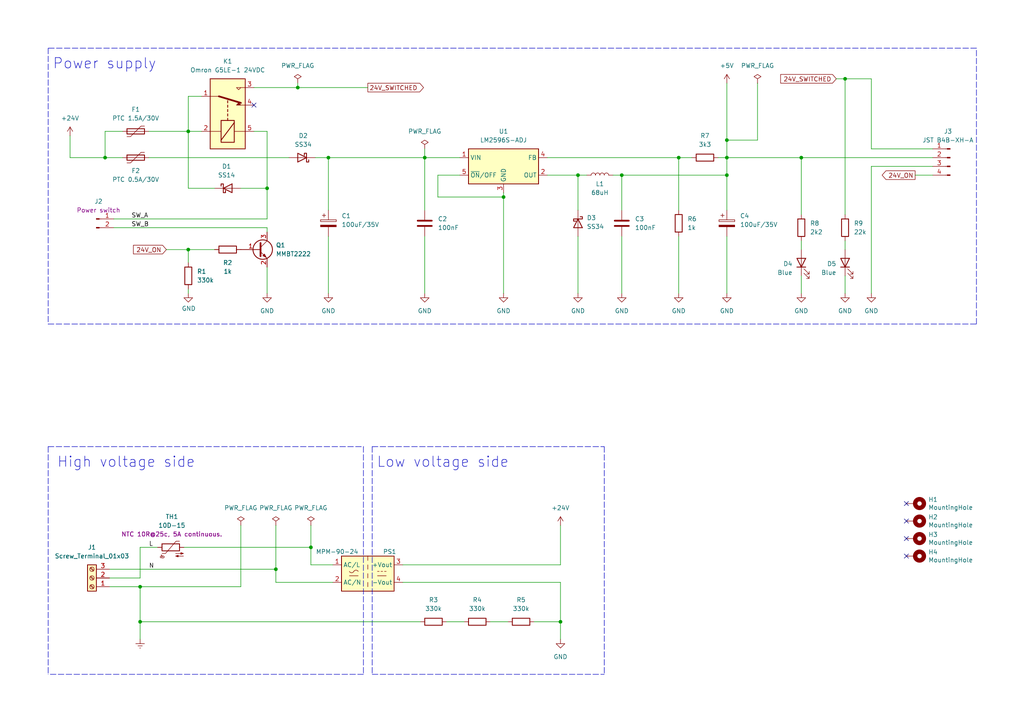
<source format=kicad_sch>
(kicad_sch (version 20211123) (generator eeschema)

  (uuid 567b3e27-9f78-46d6-b652-067931bdd0f9)

  (paper "A4")

  (title_block
    (title "IoT Power Supply")
    (date "2022-12-20")
    (rev "V1.2")
    (company "https://github.com/atoomnetmarc/IoT12")
  )

  (lib_symbols
    (symbol "Connector:Conn_01x02_Male" (pin_names (offset 1.016) hide) (in_bom yes) (on_board yes)
      (property "Reference" "J" (id 0) (at 0 2.54 0)
        (effects (font (size 1.27 1.27)))
      )
      (property "Value" "Conn_01x02_Male" (id 1) (at 0 -5.08 0)
        (effects (font (size 1.27 1.27)))
      )
      (property "Footprint" "" (id 2) (at 0 0 0)
        (effects (font (size 1.27 1.27)) hide)
      )
      (property "Datasheet" "~" (id 3) (at 0 0 0)
        (effects (font (size 1.27 1.27)) hide)
      )
      (property "ki_keywords" "connector" (id 4) (at 0 0 0)
        (effects (font (size 1.27 1.27)) hide)
      )
      (property "ki_description" "Generic connector, single row, 01x02, script generated (kicad-library-utils/schlib/autogen/connector/)" (id 5) (at 0 0 0)
        (effects (font (size 1.27 1.27)) hide)
      )
      (property "ki_fp_filters" "Connector*:*_1x??_*" (id 6) (at 0 0 0)
        (effects (font (size 1.27 1.27)) hide)
      )
      (symbol "Conn_01x02_Male_1_1"
        (polyline
          (pts
            (xy 1.27 -2.54)
            (xy 0.8636 -2.54)
          )
          (stroke (width 0.1524) (type default) (color 0 0 0 0))
          (fill (type none))
        )
        (polyline
          (pts
            (xy 1.27 0)
            (xy 0.8636 0)
          )
          (stroke (width 0.1524) (type default) (color 0 0 0 0))
          (fill (type none))
        )
        (rectangle (start 0.8636 -2.413) (end 0 -2.667)
          (stroke (width 0.1524) (type default) (color 0 0 0 0))
          (fill (type outline))
        )
        (rectangle (start 0.8636 0.127) (end 0 -0.127)
          (stroke (width 0.1524) (type default) (color 0 0 0 0))
          (fill (type outline))
        )
        (pin passive line (at 5.08 0 180) (length 3.81)
          (name "Pin_1" (effects (font (size 1.27 1.27))))
          (number "1" (effects (font (size 1.27 1.27))))
        )
        (pin passive line (at 5.08 -2.54 180) (length 3.81)
          (name "Pin_2" (effects (font (size 1.27 1.27))))
          (number "2" (effects (font (size 1.27 1.27))))
        )
      )
    )
    (symbol "Connector:Conn_01x04_Male" (pin_names (offset 1.016) hide) (in_bom yes) (on_board yes)
      (property "Reference" "J" (id 0) (at 0 5.08 0)
        (effects (font (size 1.27 1.27)))
      )
      (property "Value" "Conn_01x04_Male" (id 1) (at 0 -7.62 0)
        (effects (font (size 1.27 1.27)))
      )
      (property "Footprint" "" (id 2) (at 0 0 0)
        (effects (font (size 1.27 1.27)) hide)
      )
      (property "Datasheet" "~" (id 3) (at 0 0 0)
        (effects (font (size 1.27 1.27)) hide)
      )
      (property "ki_keywords" "connector" (id 4) (at 0 0 0)
        (effects (font (size 1.27 1.27)) hide)
      )
      (property "ki_description" "Generic connector, single row, 01x04, script generated (kicad-library-utils/schlib/autogen/connector/)" (id 5) (at 0 0 0)
        (effects (font (size 1.27 1.27)) hide)
      )
      (property "ki_fp_filters" "Connector*:*_1x??_*" (id 6) (at 0 0 0)
        (effects (font (size 1.27 1.27)) hide)
      )
      (symbol "Conn_01x04_Male_1_1"
        (polyline
          (pts
            (xy 1.27 -5.08)
            (xy 0.8636 -5.08)
          )
          (stroke (width 0.1524) (type default) (color 0 0 0 0))
          (fill (type none))
        )
        (polyline
          (pts
            (xy 1.27 -2.54)
            (xy 0.8636 -2.54)
          )
          (stroke (width 0.1524) (type default) (color 0 0 0 0))
          (fill (type none))
        )
        (polyline
          (pts
            (xy 1.27 0)
            (xy 0.8636 0)
          )
          (stroke (width 0.1524) (type default) (color 0 0 0 0))
          (fill (type none))
        )
        (polyline
          (pts
            (xy 1.27 2.54)
            (xy 0.8636 2.54)
          )
          (stroke (width 0.1524) (type default) (color 0 0 0 0))
          (fill (type none))
        )
        (rectangle (start 0.8636 -4.953) (end 0 -5.207)
          (stroke (width 0.1524) (type default) (color 0 0 0 0))
          (fill (type outline))
        )
        (rectangle (start 0.8636 -2.413) (end 0 -2.667)
          (stroke (width 0.1524) (type default) (color 0 0 0 0))
          (fill (type outline))
        )
        (rectangle (start 0.8636 0.127) (end 0 -0.127)
          (stroke (width 0.1524) (type default) (color 0 0 0 0))
          (fill (type outline))
        )
        (rectangle (start 0.8636 2.667) (end 0 2.413)
          (stroke (width 0.1524) (type default) (color 0 0 0 0))
          (fill (type outline))
        )
        (pin passive line (at 5.08 2.54 180) (length 3.81)
          (name "Pin_1" (effects (font (size 1.27 1.27))))
          (number "1" (effects (font (size 1.27 1.27))))
        )
        (pin passive line (at 5.08 0 180) (length 3.81)
          (name "Pin_2" (effects (font (size 1.27 1.27))))
          (number "2" (effects (font (size 1.27 1.27))))
        )
        (pin passive line (at 5.08 -2.54 180) (length 3.81)
          (name "Pin_3" (effects (font (size 1.27 1.27))))
          (number "3" (effects (font (size 1.27 1.27))))
        )
        (pin passive line (at 5.08 -5.08 180) (length 3.81)
          (name "Pin_4" (effects (font (size 1.27 1.27))))
          (number "4" (effects (font (size 1.27 1.27))))
        )
      )
    )
    (symbol "Connector:Screw_Terminal_01x03" (pin_names (offset 1.016) hide) (in_bom yes) (on_board yes)
      (property "Reference" "J" (id 0) (at 0 5.08 0)
        (effects (font (size 1.27 1.27)))
      )
      (property "Value" "Screw_Terminal_01x03" (id 1) (at 0 -5.08 0)
        (effects (font (size 1.27 1.27)))
      )
      (property "Footprint" "" (id 2) (at 0 0 0)
        (effects (font (size 1.27 1.27)) hide)
      )
      (property "Datasheet" "~" (id 3) (at 0 0 0)
        (effects (font (size 1.27 1.27)) hide)
      )
      (property "ki_keywords" "screw terminal" (id 4) (at 0 0 0)
        (effects (font (size 1.27 1.27)) hide)
      )
      (property "ki_description" "Generic screw terminal, single row, 01x03, script generated (kicad-library-utils/schlib/autogen/connector/)" (id 5) (at 0 0 0)
        (effects (font (size 1.27 1.27)) hide)
      )
      (property "ki_fp_filters" "TerminalBlock*:*" (id 6) (at 0 0 0)
        (effects (font (size 1.27 1.27)) hide)
      )
      (symbol "Screw_Terminal_01x03_1_1"
        (rectangle (start -1.27 3.81) (end 1.27 -3.81)
          (stroke (width 0.254) (type default) (color 0 0 0 0))
          (fill (type background))
        )
        (circle (center 0 -2.54) (radius 0.635)
          (stroke (width 0.1524) (type default) (color 0 0 0 0))
          (fill (type none))
        )
        (polyline
          (pts
            (xy -0.5334 -2.2098)
            (xy 0.3302 -3.048)
          )
          (stroke (width 0.1524) (type default) (color 0 0 0 0))
          (fill (type none))
        )
        (polyline
          (pts
            (xy -0.5334 0.3302)
            (xy 0.3302 -0.508)
          )
          (stroke (width 0.1524) (type default) (color 0 0 0 0))
          (fill (type none))
        )
        (polyline
          (pts
            (xy -0.5334 2.8702)
            (xy 0.3302 2.032)
          )
          (stroke (width 0.1524) (type default) (color 0 0 0 0))
          (fill (type none))
        )
        (polyline
          (pts
            (xy -0.3556 -2.032)
            (xy 0.508 -2.8702)
          )
          (stroke (width 0.1524) (type default) (color 0 0 0 0))
          (fill (type none))
        )
        (polyline
          (pts
            (xy -0.3556 0.508)
            (xy 0.508 -0.3302)
          )
          (stroke (width 0.1524) (type default) (color 0 0 0 0))
          (fill (type none))
        )
        (polyline
          (pts
            (xy -0.3556 3.048)
            (xy 0.508 2.2098)
          )
          (stroke (width 0.1524) (type default) (color 0 0 0 0))
          (fill (type none))
        )
        (circle (center 0 0) (radius 0.635)
          (stroke (width 0.1524) (type default) (color 0 0 0 0))
          (fill (type none))
        )
        (circle (center 0 2.54) (radius 0.635)
          (stroke (width 0.1524) (type default) (color 0 0 0 0))
          (fill (type none))
        )
        (pin passive line (at -5.08 2.54 0) (length 3.81)
          (name "Pin_1" (effects (font (size 1.27 1.27))))
          (number "1" (effects (font (size 1.27 1.27))))
        )
        (pin passive line (at -5.08 0 0) (length 3.81)
          (name "Pin_2" (effects (font (size 1.27 1.27))))
          (number "2" (effects (font (size 1.27 1.27))))
        )
        (pin passive line (at -5.08 -2.54 0) (length 3.81)
          (name "Pin_3" (effects (font (size 1.27 1.27))))
          (number "3" (effects (font (size 1.27 1.27))))
        )
      )
    )
    (symbol "Converter-ACDC-extra:MPM-90-24" (in_bom yes) (on_board yes)
      (property "Reference" "PS" (id 0) (at 0 7.62 0)
        (effects (font (size 1.27 1.27)))
      )
      (property "Value" "MPM-90-24" (id 1) (at 0 -7.62 0)
        (effects (font (size 1.27 1.27)))
      )
      (property "Footprint" "Converter-ACDC-extra:Converter_ACDC_MeanWell_MPM-90-xx_THT" (id 2) (at 0 -10.16 0)
        (effects (font (size 1.27 1.27)) hide)
      )
      (property "Datasheet" "" (id 3) (at 0 0 0)
        (effects (font (size 1.27 1.27)) hide)
      )
      (property "ki_keywords" "Miniature Module-type Power Supply MeanWell" (id 4) (at 0 0 0)
        (effects (font (size 1.27 1.27)) hide)
      )
      (property "ki_description" "90W AC-DC High Reliable PCB-Mount Green Medical Power Module" (id 5) (at 0 0 0)
        (effects (font (size 1.27 1.27)) hide)
      )
      (symbol "MPM-90-24_1_1"
        (rectangle (start -7.62 5.08) (end 7.62 -5.08)
          (stroke (width 0.254) (type default) (color 0 0 0 0))
          (fill (type background))
        )
        (arc (start -5.334 0.635) (mid -4.699 0.2495) (end -4.064 0.635)
          (stroke (width 0) (type default) (color 0 0 0 0))
          (fill (type none))
        )
        (arc (start -2.794 0.635) (mid -3.429 1.0072) (end -4.064 0.635)
          (stroke (width 0) (type default) (color 0 0 0 0))
          (fill (type none))
        )
        (polyline
          (pts
            (xy -5.334 -0.635)
            (xy -2.794 -0.635)
          )
          (stroke (width 0) (type default) (color 0 0 0 0))
          (fill (type none))
        )
        (polyline
          (pts
            (xy 0 -2.54)
            (xy 0 -3.81)
          )
          (stroke (width 0) (type default) (color 0 0 0 0))
          (fill (type none))
        )
        (polyline
          (pts
            (xy 0 0)
            (xy 0 -1.27)
          )
          (stroke (width 0) (type default) (color 0 0 0 0))
          (fill (type none))
        )
        (polyline
          (pts
            (xy 0 2.54)
            (xy 0 1.27)
          )
          (stroke (width 0) (type default) (color 0 0 0 0))
          (fill (type none))
        )
        (polyline
          (pts
            (xy 0 5.08)
            (xy 0 3.81)
          )
          (stroke (width 0) (type default) (color 0 0 0 0))
          (fill (type none))
        )
        (polyline
          (pts
            (xy 2.794 -0.635)
            (xy 5.334 -0.635)
          )
          (stroke (width 0) (type default) (color 0 0 0 0))
          (fill (type none))
        )
        (polyline
          (pts
            (xy 2.794 0.635)
            (xy 3.302 0.635)
          )
          (stroke (width 0) (type default) (color 0 0 0 0))
          (fill (type none))
        )
        (polyline
          (pts
            (xy 3.81 0.635)
            (xy 4.318 0.635)
          )
          (stroke (width 0) (type default) (color 0 0 0 0))
          (fill (type none))
        )
        (polyline
          (pts
            (xy 4.826 0.635)
            (xy 5.334 0.635)
          )
          (stroke (width 0) (type default) (color 0 0 0 0))
          (fill (type none))
        )
        (pin power_in line (at -10.16 2.54 0) (length 2.54)
          (name "AC/L" (effects (font (size 1.27 1.27))))
          (number "1" (effects (font (size 1.27 1.27))))
        )
        (pin power_in line (at -10.16 -2.54 0) (length 2.54)
          (name "AC/N" (effects (font (size 1.27 1.27))))
          (number "2" (effects (font (size 1.27 1.27))))
        )
        (pin power_out line (at 10.16 2.54 180) (length 2.54)
          (name "+Vout" (effects (font (size 1.27 1.27))))
          (number "3" (effects (font (size 1.27 1.27))))
        )
        (pin power_out line (at 10.16 -2.54 180) (length 2.54)
          (name "-Vout" (effects (font (size 1.27 1.27))))
          (number "4" (effects (font (size 1.27 1.27))))
        )
      )
    )
    (symbol "Device:C" (pin_numbers hide) (pin_names (offset 0.254)) (in_bom yes) (on_board yes)
      (property "Reference" "C" (id 0) (at 0.635 2.54 0)
        (effects (font (size 1.27 1.27)) (justify left))
      )
      (property "Value" "C" (id 1) (at 0.635 -2.54 0)
        (effects (font (size 1.27 1.27)) (justify left))
      )
      (property "Footprint" "" (id 2) (at 0.9652 -3.81 0)
        (effects (font (size 1.27 1.27)) hide)
      )
      (property "Datasheet" "~" (id 3) (at 0 0 0)
        (effects (font (size 1.27 1.27)) hide)
      )
      (property "ki_keywords" "cap capacitor" (id 4) (at 0 0 0)
        (effects (font (size 1.27 1.27)) hide)
      )
      (property "ki_description" "Unpolarized capacitor" (id 5) (at 0 0 0)
        (effects (font (size 1.27 1.27)) hide)
      )
      (property "ki_fp_filters" "C_*" (id 6) (at 0 0 0)
        (effects (font (size 1.27 1.27)) hide)
      )
      (symbol "C_0_1"
        (polyline
          (pts
            (xy -2.032 -0.762)
            (xy 2.032 -0.762)
          )
          (stroke (width 0.508) (type default) (color 0 0 0 0))
          (fill (type none))
        )
        (polyline
          (pts
            (xy -2.032 0.762)
            (xy 2.032 0.762)
          )
          (stroke (width 0.508) (type default) (color 0 0 0 0))
          (fill (type none))
        )
      )
      (symbol "C_1_1"
        (pin passive line (at 0 3.81 270) (length 2.794)
          (name "~" (effects (font (size 1.27 1.27))))
          (number "1" (effects (font (size 1.27 1.27))))
        )
        (pin passive line (at 0 -3.81 90) (length 2.794)
          (name "~" (effects (font (size 1.27 1.27))))
          (number "2" (effects (font (size 1.27 1.27))))
        )
      )
    )
    (symbol "Device:C_Polarized" (pin_numbers hide) (pin_names (offset 0.254)) (in_bom yes) (on_board yes)
      (property "Reference" "C" (id 0) (at 0.635 2.54 0)
        (effects (font (size 1.27 1.27)) (justify left))
      )
      (property "Value" "C_Polarized" (id 1) (at 0.635 -2.54 0)
        (effects (font (size 1.27 1.27)) (justify left))
      )
      (property "Footprint" "" (id 2) (at 0.9652 -3.81 0)
        (effects (font (size 1.27 1.27)) hide)
      )
      (property "Datasheet" "~" (id 3) (at 0 0 0)
        (effects (font (size 1.27 1.27)) hide)
      )
      (property "ki_keywords" "cap capacitor" (id 4) (at 0 0 0)
        (effects (font (size 1.27 1.27)) hide)
      )
      (property "ki_description" "Polarized capacitor" (id 5) (at 0 0 0)
        (effects (font (size 1.27 1.27)) hide)
      )
      (property "ki_fp_filters" "CP_*" (id 6) (at 0 0 0)
        (effects (font (size 1.27 1.27)) hide)
      )
      (symbol "C_Polarized_0_1"
        (rectangle (start -2.286 0.508) (end 2.286 1.016)
          (stroke (width 0) (type default) (color 0 0 0 0))
          (fill (type none))
        )
        (polyline
          (pts
            (xy -1.778 2.286)
            (xy -0.762 2.286)
          )
          (stroke (width 0) (type default) (color 0 0 0 0))
          (fill (type none))
        )
        (polyline
          (pts
            (xy -1.27 2.794)
            (xy -1.27 1.778)
          )
          (stroke (width 0) (type default) (color 0 0 0 0))
          (fill (type none))
        )
        (rectangle (start 2.286 -0.508) (end -2.286 -1.016)
          (stroke (width 0) (type default) (color 0 0 0 0))
          (fill (type outline))
        )
      )
      (symbol "C_Polarized_1_1"
        (pin passive line (at 0 3.81 270) (length 2.794)
          (name "~" (effects (font (size 1.27 1.27))))
          (number "1" (effects (font (size 1.27 1.27))))
        )
        (pin passive line (at 0 -3.81 90) (length 2.794)
          (name "~" (effects (font (size 1.27 1.27))))
          (number "2" (effects (font (size 1.27 1.27))))
        )
      )
    )
    (symbol "Device:D_Schottky" (pin_numbers hide) (pin_names (offset 1.016) hide) (in_bom yes) (on_board yes)
      (property "Reference" "D" (id 0) (at 0 2.54 0)
        (effects (font (size 1.27 1.27)))
      )
      (property "Value" "D_Schottky" (id 1) (at 0 -2.54 0)
        (effects (font (size 1.27 1.27)))
      )
      (property "Footprint" "" (id 2) (at 0 0 0)
        (effects (font (size 1.27 1.27)) hide)
      )
      (property "Datasheet" "~" (id 3) (at 0 0 0)
        (effects (font (size 1.27 1.27)) hide)
      )
      (property "ki_keywords" "diode Schottky" (id 4) (at 0 0 0)
        (effects (font (size 1.27 1.27)) hide)
      )
      (property "ki_description" "Schottky diode" (id 5) (at 0 0 0)
        (effects (font (size 1.27 1.27)) hide)
      )
      (property "ki_fp_filters" "TO-???* *_Diode_* *SingleDiode* D_*" (id 6) (at 0 0 0)
        (effects (font (size 1.27 1.27)) hide)
      )
      (symbol "D_Schottky_0_1"
        (polyline
          (pts
            (xy 1.27 0)
            (xy -1.27 0)
          )
          (stroke (width 0) (type default) (color 0 0 0 0))
          (fill (type none))
        )
        (polyline
          (pts
            (xy 1.27 1.27)
            (xy 1.27 -1.27)
            (xy -1.27 0)
            (xy 1.27 1.27)
          )
          (stroke (width 0.254) (type default) (color 0 0 0 0))
          (fill (type none))
        )
        (polyline
          (pts
            (xy -1.905 0.635)
            (xy -1.905 1.27)
            (xy -1.27 1.27)
            (xy -1.27 -1.27)
            (xy -0.635 -1.27)
            (xy -0.635 -0.635)
          )
          (stroke (width 0.254) (type default) (color 0 0 0 0))
          (fill (type none))
        )
      )
      (symbol "D_Schottky_1_1"
        (pin passive line (at -3.81 0 0) (length 2.54)
          (name "K" (effects (font (size 1.27 1.27))))
          (number "1" (effects (font (size 1.27 1.27))))
        )
        (pin passive line (at 3.81 0 180) (length 2.54)
          (name "A" (effects (font (size 1.27 1.27))))
          (number "2" (effects (font (size 1.27 1.27))))
        )
      )
    )
    (symbol "Device:L" (pin_numbers hide) (pin_names (offset 1.016) hide) (in_bom yes) (on_board yes)
      (property "Reference" "L" (id 0) (at -1.27 0 90)
        (effects (font (size 1.27 1.27)))
      )
      (property "Value" "L" (id 1) (at 1.905 0 90)
        (effects (font (size 1.27 1.27)))
      )
      (property "Footprint" "" (id 2) (at 0 0 0)
        (effects (font (size 1.27 1.27)) hide)
      )
      (property "Datasheet" "~" (id 3) (at 0 0 0)
        (effects (font (size 1.27 1.27)) hide)
      )
      (property "ki_keywords" "inductor choke coil reactor magnetic" (id 4) (at 0 0 0)
        (effects (font (size 1.27 1.27)) hide)
      )
      (property "ki_description" "Inductor" (id 5) (at 0 0 0)
        (effects (font (size 1.27 1.27)) hide)
      )
      (property "ki_fp_filters" "Choke_* *Coil* Inductor_* L_*" (id 6) (at 0 0 0)
        (effects (font (size 1.27 1.27)) hide)
      )
      (symbol "L_0_1"
        (arc (start 0 -2.54) (mid 0.635 -1.905) (end 0 -1.27)
          (stroke (width 0) (type default) (color 0 0 0 0))
          (fill (type none))
        )
        (arc (start 0 -1.27) (mid 0.635 -0.635) (end 0 0)
          (stroke (width 0) (type default) (color 0 0 0 0))
          (fill (type none))
        )
        (arc (start 0 0) (mid 0.635 0.635) (end 0 1.27)
          (stroke (width 0) (type default) (color 0 0 0 0))
          (fill (type none))
        )
        (arc (start 0 1.27) (mid 0.635 1.905) (end 0 2.54)
          (stroke (width 0) (type default) (color 0 0 0 0))
          (fill (type none))
        )
      )
      (symbol "L_1_1"
        (pin passive line (at 0 3.81 270) (length 1.27)
          (name "1" (effects (font (size 1.27 1.27))))
          (number "1" (effects (font (size 1.27 1.27))))
        )
        (pin passive line (at 0 -3.81 90) (length 1.27)
          (name "2" (effects (font (size 1.27 1.27))))
          (number "2" (effects (font (size 1.27 1.27))))
        )
      )
    )
    (symbol "Device:LED" (pin_numbers hide) (pin_names (offset 1.016) hide) (in_bom yes) (on_board yes)
      (property "Reference" "D" (id 0) (at 0 2.54 0)
        (effects (font (size 1.27 1.27)))
      )
      (property "Value" "LED" (id 1) (at 0 -2.54 0)
        (effects (font (size 1.27 1.27)))
      )
      (property "Footprint" "" (id 2) (at 0 0 0)
        (effects (font (size 1.27 1.27)) hide)
      )
      (property "Datasheet" "~" (id 3) (at 0 0 0)
        (effects (font (size 1.27 1.27)) hide)
      )
      (property "ki_keywords" "LED diode" (id 4) (at 0 0 0)
        (effects (font (size 1.27 1.27)) hide)
      )
      (property "ki_description" "Light emitting diode" (id 5) (at 0 0 0)
        (effects (font (size 1.27 1.27)) hide)
      )
      (property "ki_fp_filters" "LED* LED_SMD:* LED_THT:*" (id 6) (at 0 0 0)
        (effects (font (size 1.27 1.27)) hide)
      )
      (symbol "LED_0_1"
        (polyline
          (pts
            (xy -1.27 -1.27)
            (xy -1.27 1.27)
          )
          (stroke (width 0.254) (type default) (color 0 0 0 0))
          (fill (type none))
        )
        (polyline
          (pts
            (xy -1.27 0)
            (xy 1.27 0)
          )
          (stroke (width 0) (type default) (color 0 0 0 0))
          (fill (type none))
        )
        (polyline
          (pts
            (xy 1.27 -1.27)
            (xy 1.27 1.27)
            (xy -1.27 0)
            (xy 1.27 -1.27)
          )
          (stroke (width 0.254) (type default) (color 0 0 0 0))
          (fill (type none))
        )
        (polyline
          (pts
            (xy -3.048 -0.762)
            (xy -4.572 -2.286)
            (xy -3.81 -2.286)
            (xy -4.572 -2.286)
            (xy -4.572 -1.524)
          )
          (stroke (width 0) (type default) (color 0 0 0 0))
          (fill (type none))
        )
        (polyline
          (pts
            (xy -1.778 -0.762)
            (xy -3.302 -2.286)
            (xy -2.54 -2.286)
            (xy -3.302 -2.286)
            (xy -3.302 -1.524)
          )
          (stroke (width 0) (type default) (color 0 0 0 0))
          (fill (type none))
        )
      )
      (symbol "LED_1_1"
        (pin passive line (at -3.81 0 0) (length 2.54)
          (name "K" (effects (font (size 1.27 1.27))))
          (number "1" (effects (font (size 1.27 1.27))))
        )
        (pin passive line (at 3.81 0 180) (length 2.54)
          (name "A" (effects (font (size 1.27 1.27))))
          (number "2" (effects (font (size 1.27 1.27))))
        )
      )
    )
    (symbol "Device:Polyfuse" (pin_numbers hide) (pin_names (offset 0)) (in_bom yes) (on_board yes)
      (property "Reference" "F" (id 0) (at -2.54 0 90)
        (effects (font (size 1.27 1.27)))
      )
      (property "Value" "Polyfuse" (id 1) (at 2.54 0 90)
        (effects (font (size 1.27 1.27)))
      )
      (property "Footprint" "" (id 2) (at 1.27 -5.08 0)
        (effects (font (size 1.27 1.27)) (justify left) hide)
      )
      (property "Datasheet" "~" (id 3) (at 0 0 0)
        (effects (font (size 1.27 1.27)) hide)
      )
      (property "ki_keywords" "resettable fuse PTC PPTC polyfuse polyswitch" (id 4) (at 0 0 0)
        (effects (font (size 1.27 1.27)) hide)
      )
      (property "ki_description" "Resettable fuse, polymeric positive temperature coefficient" (id 5) (at 0 0 0)
        (effects (font (size 1.27 1.27)) hide)
      )
      (property "ki_fp_filters" "*polyfuse* *PTC*" (id 6) (at 0 0 0)
        (effects (font (size 1.27 1.27)) hide)
      )
      (symbol "Polyfuse_0_1"
        (rectangle (start -0.762 2.54) (end 0.762 -2.54)
          (stroke (width 0.254) (type default) (color 0 0 0 0))
          (fill (type none))
        )
        (polyline
          (pts
            (xy 0 2.54)
            (xy 0 -2.54)
          )
          (stroke (width 0) (type default) (color 0 0 0 0))
          (fill (type none))
        )
        (polyline
          (pts
            (xy -1.524 2.54)
            (xy -1.524 1.524)
            (xy 1.524 -1.524)
            (xy 1.524 -2.54)
          )
          (stroke (width 0) (type default) (color 0 0 0 0))
          (fill (type none))
        )
      )
      (symbol "Polyfuse_1_1"
        (pin passive line (at 0 3.81 270) (length 1.27)
          (name "~" (effects (font (size 1.27 1.27))))
          (number "1" (effects (font (size 1.27 1.27))))
        )
        (pin passive line (at 0 -3.81 90) (length 1.27)
          (name "~" (effects (font (size 1.27 1.27))))
          (number "2" (effects (font (size 1.27 1.27))))
        )
      )
    )
    (symbol "Device:R" (pin_numbers hide) (pin_names (offset 0)) (in_bom yes) (on_board yes)
      (property "Reference" "R" (id 0) (at 2.032 0 90)
        (effects (font (size 1.27 1.27)))
      )
      (property "Value" "R" (id 1) (at 0 0 90)
        (effects (font (size 1.27 1.27)))
      )
      (property "Footprint" "" (id 2) (at -1.778 0 90)
        (effects (font (size 1.27 1.27)) hide)
      )
      (property "Datasheet" "~" (id 3) (at 0 0 0)
        (effects (font (size 1.27 1.27)) hide)
      )
      (property "ki_keywords" "R res resistor" (id 4) (at 0 0 0)
        (effects (font (size 1.27 1.27)) hide)
      )
      (property "ki_description" "Resistor" (id 5) (at 0 0 0)
        (effects (font (size 1.27 1.27)) hide)
      )
      (property "ki_fp_filters" "R_*" (id 6) (at 0 0 0)
        (effects (font (size 1.27 1.27)) hide)
      )
      (symbol "R_0_1"
        (rectangle (start -1.016 -2.54) (end 1.016 2.54)
          (stroke (width 0.254) (type default) (color 0 0 0 0))
          (fill (type none))
        )
      )
      (symbol "R_1_1"
        (pin passive line (at 0 3.81 270) (length 1.27)
          (name "~" (effects (font (size 1.27 1.27))))
          (number "1" (effects (font (size 1.27 1.27))))
        )
        (pin passive line (at 0 -3.81 90) (length 1.27)
          (name "~" (effects (font (size 1.27 1.27))))
          (number "2" (effects (font (size 1.27 1.27))))
        )
      )
    )
    (symbol "Device:Thermistor_NTC" (pin_numbers hide) (pin_names (offset 0)) (in_bom yes) (on_board yes)
      (property "Reference" "TH" (id 0) (at -4.445 0 90)
        (effects (font (size 1.27 1.27)))
      )
      (property "Value" "Thermistor_NTC" (id 1) (at 3.175 0 90)
        (effects (font (size 1.27 1.27)))
      )
      (property "Footprint" "" (id 2) (at 0 1.27 0)
        (effects (font (size 1.27 1.27)) hide)
      )
      (property "Datasheet" "~" (id 3) (at 0 1.27 0)
        (effects (font (size 1.27 1.27)) hide)
      )
      (property "ki_keywords" "thermistor NTC resistor sensor RTD" (id 4) (at 0 0 0)
        (effects (font (size 1.27 1.27)) hide)
      )
      (property "ki_description" "Temperature dependent resistor, negative temperature coefficient" (id 5) (at 0 0 0)
        (effects (font (size 1.27 1.27)) hide)
      )
      (property "ki_fp_filters" "*NTC* *Thermistor* PIN?ARRAY* bornier* *Terminal?Block* R_*" (id 6) (at 0 0 0)
        (effects (font (size 1.27 1.27)) hide)
      )
      (symbol "Thermistor_NTC_0_1"
        (arc (start -3.048 2.159) (mid -3.0495 2.3143) (end -3.175 2.413)
          (stroke (width 0) (type default) (color 0 0 0 0))
          (fill (type none))
        )
        (arc (start -3.048 2.159) (mid -2.9736 1.9794) (end -2.794 1.905)
          (stroke (width 0) (type default) (color 0 0 0 0))
          (fill (type none))
        )
        (arc (start -3.048 2.794) (mid -2.9736 2.6144) (end -2.794 2.54)
          (stroke (width 0) (type default) (color 0 0 0 0))
          (fill (type none))
        )
        (arc (start -2.794 1.905) (mid -2.6144 1.9794) (end -2.54 2.159)
          (stroke (width 0) (type default) (color 0 0 0 0))
          (fill (type none))
        )
        (arc (start -2.794 2.54) (mid -2.4393 2.5587) (end -2.159 2.794)
          (stroke (width 0) (type default) (color 0 0 0 0))
          (fill (type none))
        )
        (arc (start -2.794 3.048) (mid -2.9736 2.9736) (end -3.048 2.794)
          (stroke (width 0) (type default) (color 0 0 0 0))
          (fill (type none))
        )
        (arc (start -2.54 2.794) (mid -2.6144 2.9736) (end -2.794 3.048)
          (stroke (width 0) (type default) (color 0 0 0 0))
          (fill (type none))
        )
        (rectangle (start -1.016 2.54) (end 1.016 -2.54)
          (stroke (width 0.254) (type default) (color 0 0 0 0))
          (fill (type none))
        )
        (polyline
          (pts
            (xy -2.54 2.159)
            (xy -2.54 2.794)
          )
          (stroke (width 0) (type default) (color 0 0 0 0))
          (fill (type none))
        )
        (polyline
          (pts
            (xy -1.778 2.54)
            (xy -1.778 1.524)
            (xy 1.778 -1.524)
            (xy 1.778 -2.54)
          )
          (stroke (width 0) (type default) (color 0 0 0 0))
          (fill (type none))
        )
        (polyline
          (pts
            (xy -2.54 -3.683)
            (xy -2.54 -1.397)
            (xy -2.794 -2.159)
            (xy -2.286 -2.159)
            (xy -2.54 -1.397)
            (xy -2.54 -1.651)
          )
          (stroke (width 0) (type default) (color 0 0 0 0))
          (fill (type outline))
        )
        (polyline
          (pts
            (xy -1.778 -1.397)
            (xy -1.778 -3.683)
            (xy -2.032 -2.921)
            (xy -1.524 -2.921)
            (xy -1.778 -3.683)
            (xy -1.778 -3.429)
          )
          (stroke (width 0) (type default) (color 0 0 0 0))
          (fill (type outline))
        )
      )
      (symbol "Thermistor_NTC_1_1"
        (pin passive line (at 0 3.81 270) (length 1.27)
          (name "~" (effects (font (size 1.27 1.27))))
          (number "1" (effects (font (size 1.27 1.27))))
        )
        (pin passive line (at 0 -3.81 90) (length 1.27)
          (name "~" (effects (font (size 1.27 1.27))))
          (number "2" (effects (font (size 1.27 1.27))))
        )
      )
    )
    (symbol "Mechanical:MountingHole_Pad" (pin_numbers hide) (pin_names (offset 1.016) hide) (in_bom yes) (on_board yes)
      (property "Reference" "H" (id 0) (at 0 6.35 0)
        (effects (font (size 1.27 1.27)))
      )
      (property "Value" "MountingHole_Pad" (id 1) (at 0 4.445 0)
        (effects (font (size 1.27 1.27)))
      )
      (property "Footprint" "" (id 2) (at 0 0 0)
        (effects (font (size 1.27 1.27)) hide)
      )
      (property "Datasheet" "~" (id 3) (at 0 0 0)
        (effects (font (size 1.27 1.27)) hide)
      )
      (property "ki_keywords" "mounting hole" (id 4) (at 0 0 0)
        (effects (font (size 1.27 1.27)) hide)
      )
      (property "ki_description" "Mounting Hole with connection" (id 5) (at 0 0 0)
        (effects (font (size 1.27 1.27)) hide)
      )
      (property "ki_fp_filters" "MountingHole*Pad*" (id 6) (at 0 0 0)
        (effects (font (size 1.27 1.27)) hide)
      )
      (symbol "MountingHole_Pad_0_1"
        (circle (center 0 1.27) (radius 1.27)
          (stroke (width 1.27) (type default) (color 0 0 0 0))
          (fill (type none))
        )
      )
      (symbol "MountingHole_Pad_1_1"
        (pin input line (at 0 -2.54 90) (length 2.54)
          (name "1" (effects (font (size 1.27 1.27))))
          (number "1" (effects (font (size 1.27 1.27))))
        )
      )
    )
    (symbol "Regulator_Switching:LM2596S-ADJ" (in_bom yes) (on_board yes)
      (property "Reference" "U" (id 0) (at -10.16 6.35 0)
        (effects (font (size 1.27 1.27)) (justify left))
      )
      (property "Value" "LM2596S-ADJ" (id 1) (at 0 6.35 0)
        (effects (font (size 1.27 1.27)) (justify left))
      )
      (property "Footprint" "Package_TO_SOT_SMD:TO-263-5_TabPin3" (id 2) (at 1.27 -6.35 0)
        (effects (font (size 1.27 1.27) italic) (justify left) hide)
      )
      (property "Datasheet" "http://www.ti.com/lit/ds/symlink/lm2596.pdf" (id 3) (at 0 0 0)
        (effects (font (size 1.27 1.27)) hide)
      )
      (property "ki_keywords" "Step-Down Voltage Regulator Adjustable 3A" (id 4) (at 0 0 0)
        (effects (font (size 1.27 1.27)) hide)
      )
      (property "ki_description" "Adjustable 3A Step-Down Voltage Regulator, TO-263" (id 5) (at 0 0 0)
        (effects (font (size 1.27 1.27)) hide)
      )
      (property "ki_fp_filters" "TO?263*" (id 6) (at 0 0 0)
        (effects (font (size 1.27 1.27)) hide)
      )
      (symbol "LM2596S-ADJ_0_1"
        (rectangle (start -10.16 5.08) (end 10.16 -5.08)
          (stroke (width 0.254) (type default) (color 0 0 0 0))
          (fill (type background))
        )
      )
      (symbol "LM2596S-ADJ_1_1"
        (pin power_in line (at -12.7 2.54 0) (length 2.54)
          (name "VIN" (effects (font (size 1.27 1.27))))
          (number "1" (effects (font (size 1.27 1.27))))
        )
        (pin output line (at 12.7 -2.54 180) (length 2.54)
          (name "OUT" (effects (font (size 1.27 1.27))))
          (number "2" (effects (font (size 1.27 1.27))))
        )
        (pin power_in line (at 0 -7.62 90) (length 2.54)
          (name "GND" (effects (font (size 1.27 1.27))))
          (number "3" (effects (font (size 1.27 1.27))))
        )
        (pin input line (at 12.7 2.54 180) (length 2.54)
          (name "FB" (effects (font (size 1.27 1.27))))
          (number "4" (effects (font (size 1.27 1.27))))
        )
        (pin input line (at -12.7 -2.54 0) (length 2.54)
          (name "~{ON}/OFF" (effects (font (size 1.27 1.27))))
          (number "5" (effects (font (size 1.27 1.27))))
        )
      )
    )
    (symbol "Relay:G5LE-1" (in_bom yes) (on_board yes)
      (property "Reference" "K" (id 0) (at 11.43 3.81 0)
        (effects (font (size 1.27 1.27)) (justify left))
      )
      (property "Value" "G5LE-1" (id 1) (at 11.43 1.27 0)
        (effects (font (size 1.27 1.27)) (justify left))
      )
      (property "Footprint" "Relay_THT:Relay_SPDT_Omron-G5LE-1" (id 2) (at 11.43 -1.27 0)
        (effects (font (size 1.27 1.27)) (justify left) hide)
      )
      (property "Datasheet" "http://www.omron.com/ecb/products/pdf/en-g5le.pdf" (id 3) (at 0 0 0)
        (effects (font (size 1.27 1.27)) hide)
      )
      (property "ki_keywords" "Miniature Single Pole Relay" (id 4) (at 0 0 0)
        (effects (font (size 1.27 1.27)) hide)
      )
      (property "ki_description" "Omron G5LE relay, Miniature Single Pole, SPDT, 10A" (id 5) (at 0 0 0)
        (effects (font (size 1.27 1.27)) hide)
      )
      (property "ki_fp_filters" "Relay*SPDT*Omron*G5LE?1*" (id 6) (at 0 0 0)
        (effects (font (size 1.27 1.27)) hide)
      )
      (symbol "G5LE-1_0_0"
        (polyline
          (pts
            (xy 7.62 5.08)
            (xy 7.62 2.54)
            (xy 6.985 3.175)
            (xy 7.62 3.81)
          )
          (stroke (width 0) (type default) (color 0 0 0 0))
          (fill (type none))
        )
      )
      (symbol "G5LE-1_0_1"
        (rectangle (start -10.16 5.08) (end 10.16 -5.08)
          (stroke (width 0.254) (type default) (color 0 0 0 0))
          (fill (type background))
        )
        (rectangle (start -8.255 1.905) (end -1.905 -1.905)
          (stroke (width 0.254) (type default) (color 0 0 0 0))
          (fill (type none))
        )
        (polyline
          (pts
            (xy -7.62 -1.905)
            (xy -2.54 1.905)
          )
          (stroke (width 0.254) (type default) (color 0 0 0 0))
          (fill (type none))
        )
        (polyline
          (pts
            (xy -5.08 -5.08)
            (xy -5.08 -1.905)
          )
          (stroke (width 0) (type default) (color 0 0 0 0))
          (fill (type none))
        )
        (polyline
          (pts
            (xy -5.08 5.08)
            (xy -5.08 1.905)
          )
          (stroke (width 0) (type default) (color 0 0 0 0))
          (fill (type none))
        )
        (polyline
          (pts
            (xy -1.905 0)
            (xy -1.27 0)
          )
          (stroke (width 0.254) (type default) (color 0 0 0 0))
          (fill (type none))
        )
        (polyline
          (pts
            (xy -0.635 0)
            (xy 0 0)
          )
          (stroke (width 0.254) (type default) (color 0 0 0 0))
          (fill (type none))
        )
        (polyline
          (pts
            (xy 0.635 0)
            (xy 1.27 0)
          )
          (stroke (width 0.254) (type default) (color 0 0 0 0))
          (fill (type none))
        )
        (polyline
          (pts
            (xy 1.905 0)
            (xy 2.54 0)
          )
          (stroke (width 0.254) (type default) (color 0 0 0 0))
          (fill (type none))
        )
        (polyline
          (pts
            (xy 3.175 0)
            (xy 3.81 0)
          )
          (stroke (width 0.254) (type default) (color 0 0 0 0))
          (fill (type none))
        )
        (polyline
          (pts
            (xy 5.08 -2.54)
            (xy 3.175 3.81)
          )
          (stroke (width 0.508) (type default) (color 0 0 0 0))
          (fill (type none))
        )
        (polyline
          (pts
            (xy 5.08 -2.54)
            (xy 5.08 -5.08)
          )
          (stroke (width 0) (type default) (color 0 0 0 0))
          (fill (type none))
        )
        (polyline
          (pts
            (xy 2.54 5.08)
            (xy 2.54 2.54)
            (xy 3.175 3.175)
            (xy 2.54 3.81)
          )
          (stroke (width 0) (type default) (color 0 0 0 0))
          (fill (type outline))
        )
      )
      (symbol "G5LE-1_1_1"
        (pin passive line (at 5.08 -7.62 90) (length 2.54)
          (name "~" (effects (font (size 1.27 1.27))))
          (number "1" (effects (font (size 1.27 1.27))))
        )
        (pin passive line (at -5.08 -7.62 90) (length 2.54)
          (name "~" (effects (font (size 1.27 1.27))))
          (number "2" (effects (font (size 1.27 1.27))))
        )
        (pin passive line (at 7.62 7.62 270) (length 2.54)
          (name "~" (effects (font (size 1.27 1.27))))
          (number "3" (effects (font (size 1.27 1.27))))
        )
        (pin passive line (at 2.54 7.62 270) (length 2.54)
          (name "~" (effects (font (size 1.27 1.27))))
          (number "4" (effects (font (size 1.27 1.27))))
        )
        (pin passive line (at -5.08 7.62 270) (length 2.54)
          (name "~" (effects (font (size 1.27 1.27))))
          (number "5" (effects (font (size 1.27 1.27))))
        )
      )
    )
    (symbol "Transistor_BJT:BC817" (pin_names (offset 0) hide) (in_bom yes) (on_board yes)
      (property "Reference" "Q" (id 0) (at 5.08 1.905 0)
        (effects (font (size 1.27 1.27)) (justify left))
      )
      (property "Value" "BC817" (id 1) (at 5.08 0 0)
        (effects (font (size 1.27 1.27)) (justify left))
      )
      (property "Footprint" "Package_TO_SOT_SMD:SOT-23" (id 2) (at 5.08 -1.905 0)
        (effects (font (size 1.27 1.27) italic) (justify left) hide)
      )
      (property "Datasheet" "https://www.onsemi.com/pub/Collateral/BC818-D.pdf" (id 3) (at 0 0 0)
        (effects (font (size 1.27 1.27)) (justify left) hide)
      )
      (property "ki_keywords" "NPN Transistor" (id 4) (at 0 0 0)
        (effects (font (size 1.27 1.27)) hide)
      )
      (property "ki_description" "0.8A Ic, 45V Vce, NPN Transistor, SOT-23" (id 5) (at 0 0 0)
        (effects (font (size 1.27 1.27)) hide)
      )
      (property "ki_fp_filters" "SOT?23*" (id 6) (at 0 0 0)
        (effects (font (size 1.27 1.27)) hide)
      )
      (symbol "BC817_0_1"
        (polyline
          (pts
            (xy 0.635 0.635)
            (xy 2.54 2.54)
          )
          (stroke (width 0) (type default) (color 0 0 0 0))
          (fill (type none))
        )
        (polyline
          (pts
            (xy 0.635 -0.635)
            (xy 2.54 -2.54)
            (xy 2.54 -2.54)
          )
          (stroke (width 0) (type default) (color 0 0 0 0))
          (fill (type none))
        )
        (polyline
          (pts
            (xy 0.635 1.905)
            (xy 0.635 -1.905)
            (xy 0.635 -1.905)
          )
          (stroke (width 0.508) (type default) (color 0 0 0 0))
          (fill (type none))
        )
        (polyline
          (pts
            (xy 1.27 -1.778)
            (xy 1.778 -1.27)
            (xy 2.286 -2.286)
            (xy 1.27 -1.778)
            (xy 1.27 -1.778)
          )
          (stroke (width 0) (type default) (color 0 0 0 0))
          (fill (type outline))
        )
        (circle (center 1.27 0) (radius 2.8194)
          (stroke (width 0.254) (type default) (color 0 0 0 0))
          (fill (type none))
        )
      )
      (symbol "BC817_1_1"
        (pin input line (at -5.08 0 0) (length 5.715)
          (name "B" (effects (font (size 1.27 1.27))))
          (number "1" (effects (font (size 1.27 1.27))))
        )
        (pin passive line (at 2.54 -5.08 90) (length 2.54)
          (name "E" (effects (font (size 1.27 1.27))))
          (number "2" (effects (font (size 1.27 1.27))))
        )
        (pin passive line (at 2.54 5.08 270) (length 2.54)
          (name "C" (effects (font (size 1.27 1.27))))
          (number "3" (effects (font (size 1.27 1.27))))
        )
      )
    )
    (symbol "power:+24V" (power) (pin_names (offset 0)) (in_bom yes) (on_board yes)
      (property "Reference" "#PWR" (id 0) (at 0 -3.81 0)
        (effects (font (size 1.27 1.27)) hide)
      )
      (property "Value" "+24V" (id 1) (at 0 3.556 0)
        (effects (font (size 1.27 1.27)))
      )
      (property "Footprint" "" (id 2) (at 0 0 0)
        (effects (font (size 1.27 1.27)) hide)
      )
      (property "Datasheet" "" (id 3) (at 0 0 0)
        (effects (font (size 1.27 1.27)) hide)
      )
      (property "ki_keywords" "power-flag" (id 4) (at 0 0 0)
        (effects (font (size 1.27 1.27)) hide)
      )
      (property "ki_description" "Power symbol creates a global label with name \"+24V\"" (id 5) (at 0 0 0)
        (effects (font (size 1.27 1.27)) hide)
      )
      (symbol "+24V_0_1"
        (polyline
          (pts
            (xy -0.762 1.27)
            (xy 0 2.54)
          )
          (stroke (width 0) (type default) (color 0 0 0 0))
          (fill (type none))
        )
        (polyline
          (pts
            (xy 0 0)
            (xy 0 2.54)
          )
          (stroke (width 0) (type default) (color 0 0 0 0))
          (fill (type none))
        )
        (polyline
          (pts
            (xy 0 2.54)
            (xy 0.762 1.27)
          )
          (stroke (width 0) (type default) (color 0 0 0 0))
          (fill (type none))
        )
      )
      (symbol "+24V_1_1"
        (pin power_in line (at 0 0 90) (length 0) hide
          (name "+24V" (effects (font (size 1.27 1.27))))
          (number "1" (effects (font (size 1.27 1.27))))
        )
      )
    )
    (symbol "power:+5V" (power) (pin_names (offset 0)) (in_bom yes) (on_board yes)
      (property "Reference" "#PWR" (id 0) (at 0 -3.81 0)
        (effects (font (size 1.27 1.27)) hide)
      )
      (property "Value" "+5V" (id 1) (at 0 3.556 0)
        (effects (font (size 1.27 1.27)))
      )
      (property "Footprint" "" (id 2) (at 0 0 0)
        (effects (font (size 1.27 1.27)) hide)
      )
      (property "Datasheet" "" (id 3) (at 0 0 0)
        (effects (font (size 1.27 1.27)) hide)
      )
      (property "ki_keywords" "power-flag" (id 4) (at 0 0 0)
        (effects (font (size 1.27 1.27)) hide)
      )
      (property "ki_description" "Power symbol creates a global label with name \"+5V\"" (id 5) (at 0 0 0)
        (effects (font (size 1.27 1.27)) hide)
      )
      (symbol "+5V_0_1"
        (polyline
          (pts
            (xy -0.762 1.27)
            (xy 0 2.54)
          )
          (stroke (width 0) (type default) (color 0 0 0 0))
          (fill (type none))
        )
        (polyline
          (pts
            (xy 0 0)
            (xy 0 2.54)
          )
          (stroke (width 0) (type default) (color 0 0 0 0))
          (fill (type none))
        )
        (polyline
          (pts
            (xy 0 2.54)
            (xy 0.762 1.27)
          )
          (stroke (width 0) (type default) (color 0 0 0 0))
          (fill (type none))
        )
      )
      (symbol "+5V_1_1"
        (pin power_in line (at 0 0 90) (length 0) hide
          (name "+5V" (effects (font (size 1.27 1.27))))
          (number "1" (effects (font (size 1.27 1.27))))
        )
      )
    )
    (symbol "power:Earth" (power) (pin_names (offset 0)) (in_bom yes) (on_board yes)
      (property "Reference" "#PWR" (id 0) (at 0 -6.35 0)
        (effects (font (size 1.27 1.27)) hide)
      )
      (property "Value" "Earth" (id 1) (at 0 -3.81 0)
        (effects (font (size 1.27 1.27)) hide)
      )
      (property "Footprint" "" (id 2) (at 0 0 0)
        (effects (font (size 1.27 1.27)) hide)
      )
      (property "Datasheet" "~" (id 3) (at 0 0 0)
        (effects (font (size 1.27 1.27)) hide)
      )
      (property "ki_keywords" "power-flag ground gnd" (id 4) (at 0 0 0)
        (effects (font (size 1.27 1.27)) hide)
      )
      (property "ki_description" "Power symbol creates a global label with name \"Earth\"" (id 5) (at 0 0 0)
        (effects (font (size 1.27 1.27)) hide)
      )
      (symbol "Earth_0_1"
        (polyline
          (pts
            (xy -0.635 -1.905)
            (xy 0.635 -1.905)
          )
          (stroke (width 0) (type default) (color 0 0 0 0))
          (fill (type none))
        )
        (polyline
          (pts
            (xy -0.127 -2.54)
            (xy 0.127 -2.54)
          )
          (stroke (width 0) (type default) (color 0 0 0 0))
          (fill (type none))
        )
        (polyline
          (pts
            (xy 0 -1.27)
            (xy 0 0)
          )
          (stroke (width 0) (type default) (color 0 0 0 0))
          (fill (type none))
        )
        (polyline
          (pts
            (xy 1.27 -1.27)
            (xy -1.27 -1.27)
          )
          (stroke (width 0) (type default) (color 0 0 0 0))
          (fill (type none))
        )
      )
      (symbol "Earth_1_1"
        (pin power_in line (at 0 0 270) (length 0) hide
          (name "Earth" (effects (font (size 1.27 1.27))))
          (number "1" (effects (font (size 1.27 1.27))))
        )
      )
    )
    (symbol "power:GND" (power) (pin_names (offset 0)) (in_bom yes) (on_board yes)
      (property "Reference" "#PWR" (id 0) (at 0 -6.35 0)
        (effects (font (size 1.27 1.27)) hide)
      )
      (property "Value" "GND" (id 1) (at 0 -3.81 0)
        (effects (font (size 1.27 1.27)))
      )
      (property "Footprint" "" (id 2) (at 0 0 0)
        (effects (font (size 1.27 1.27)) hide)
      )
      (property "Datasheet" "" (id 3) (at 0 0 0)
        (effects (font (size 1.27 1.27)) hide)
      )
      (property "ki_keywords" "power-flag" (id 4) (at 0 0 0)
        (effects (font (size 1.27 1.27)) hide)
      )
      (property "ki_description" "Power symbol creates a global label with name \"GND\" , ground" (id 5) (at 0 0 0)
        (effects (font (size 1.27 1.27)) hide)
      )
      (symbol "GND_0_1"
        (polyline
          (pts
            (xy 0 0)
            (xy 0 -1.27)
            (xy 1.27 -1.27)
            (xy 0 -2.54)
            (xy -1.27 -1.27)
            (xy 0 -1.27)
          )
          (stroke (width 0) (type default) (color 0 0 0 0))
          (fill (type none))
        )
      )
      (symbol "GND_1_1"
        (pin power_in line (at 0 0 270) (length 0) hide
          (name "GND" (effects (font (size 1.27 1.27))))
          (number "1" (effects (font (size 1.27 1.27))))
        )
      )
    )
    (symbol "power:PWR_FLAG" (power) (pin_numbers hide) (pin_names (offset 0) hide) (in_bom yes) (on_board yes)
      (property "Reference" "#FLG" (id 0) (at 0 1.905 0)
        (effects (font (size 1.27 1.27)) hide)
      )
      (property "Value" "PWR_FLAG" (id 1) (at 0 3.81 0)
        (effects (font (size 1.27 1.27)))
      )
      (property "Footprint" "" (id 2) (at 0 0 0)
        (effects (font (size 1.27 1.27)) hide)
      )
      (property "Datasheet" "~" (id 3) (at 0 0 0)
        (effects (font (size 1.27 1.27)) hide)
      )
      (property "ki_keywords" "power-flag" (id 4) (at 0 0 0)
        (effects (font (size 1.27 1.27)) hide)
      )
      (property "ki_description" "Special symbol for telling ERC where power comes from" (id 5) (at 0 0 0)
        (effects (font (size 1.27 1.27)) hide)
      )
      (symbol "PWR_FLAG_0_0"
        (pin power_out line (at 0 0 90) (length 0)
          (name "pwr" (effects (font (size 1.27 1.27))))
          (number "1" (effects (font (size 1.27 1.27))))
        )
      )
      (symbol "PWR_FLAG_0_1"
        (polyline
          (pts
            (xy 0 0)
            (xy 0 1.27)
            (xy -1.016 1.905)
            (xy 0 2.54)
            (xy 1.016 1.905)
            (xy 0 1.27)
          )
          (stroke (width 0) (type default) (color 0 0 0 0))
          (fill (type none))
        )
      )
    )
  )

  (junction (at 40.64 180.34) (diameter 0) (color 0 0 0 0)
    (uuid 12070c9d-096d-4f30-94b2-bd3ff9b66646)
  )
  (junction (at 80.01 165.1) (diameter 0) (color 0 0 0 0)
    (uuid 15e77de8-0dda-4979-afdc-845f2088afe7)
  )
  (junction (at 90.17 158.75) (diameter 0) (color 0 0 0 0)
    (uuid 1ab8c58c-d214-47d3-9f54-53f170eeb4b6)
  )
  (junction (at 210.82 40.64) (diameter 0) (color 0 0 0 0)
    (uuid 2b80a43b-740b-4898-b9a7-503710f447fe)
  )
  (junction (at 77.47 54.61) (diameter 0) (color 0 0 0 0)
    (uuid 597b8fff-c9e0-40c2-a0c1-1d7f624f77d0)
  )
  (junction (at 123.19 45.72) (diameter 0) (color 0 0 0 0)
    (uuid 5e78c24b-76ae-43b1-adaa-b3471f06c1f7)
  )
  (junction (at 95.25 45.72) (diameter 0) (color 0 0 0 0)
    (uuid 6534a955-c501-4c2f-a149-73f4bbc04dcb)
  )
  (junction (at 146.05 57.15) (diameter 0) (color 0 0 0 0)
    (uuid 7071e385-1247-4ebe-bf4b-2287dec7695a)
  )
  (junction (at 30.48 45.72) (diameter 0) (color 0 0 0 0)
    (uuid 7b9eab94-f015-431c-93dd-fc2b057545d1)
  )
  (junction (at 167.64 50.8) (diameter 0) (color 0 0 0 0)
    (uuid 7fac3b89-da00-4716-b152-6e60691ca0ed)
  )
  (junction (at 210.82 50.8) (diameter 0) (color 0 0 0 0)
    (uuid 89e22f7d-1fbb-4980-bd8c-e68fe1d8fa0f)
  )
  (junction (at 86.36 25.4) (diameter 0) (color 0 0 0 0)
    (uuid a00c2e3d-ae53-46c1-acf1-9a2660aff660)
  )
  (junction (at 162.56 180.34) (diameter 0) (color 0 0 0 0)
    (uuid a0618628-3642-465a-b5b1-54d81fa29687)
  )
  (junction (at 232.41 45.72) (diameter 0) (color 0 0 0 0)
    (uuid bab8a50b-00c6-4a00-8fee-9b9720d276bc)
  )
  (junction (at 210.82 45.72) (diameter 0) (color 0 0 0 0)
    (uuid d2d998bd-fafd-4762-b90a-d3edd4f55fbd)
  )
  (junction (at 196.85 45.72) (diameter 0) (color 0 0 0 0)
    (uuid dad21e17-8ec4-4ac8-af57-bde4cea73b4e)
  )
  (junction (at 245.11 22.86) (diameter 0) (color 0 0 0 0)
    (uuid e925d505-5ff0-4d80-8c9e-5adab79b7f16)
  )
  (junction (at 180.34 50.8) (diameter 0) (color 0 0 0 0)
    (uuid e98dd042-bead-4449-8966-a843e6d9704a)
  )
  (junction (at 40.64 170.18) (diameter 0) (color 0 0 0 0)
    (uuid eb442e2a-93dc-4452-bc71-278bc1d9ee43)
  )
  (junction (at 54.61 72.39) (diameter 0) (color 0 0 0 0)
    (uuid f26a6864-5213-424e-8713-f2f44db3bd84)
  )
  (junction (at 54.61 38.1) (diameter 0) (color 0 0 0 0)
    (uuid f950da1f-949e-479a-aaac-e16c24aed3c2)
  )

  (no_connect (at 262.89 156.21) (uuid 02eae06e-1e6c-4bb7-8c16-f94f894f061a))
  (no_connect (at 262.89 146.05) (uuid 38e13457-5803-47ec-a031-8a2dd58fff05))
  (no_connect (at 262.89 161.29) (uuid 5abe7516-0077-4dda-a834-2989c4c01673))
  (no_connect (at 73.66 30.48) (uuid 746c7585-5eaa-4908-b3a4-f84efe32e120))
  (no_connect (at 262.89 151.13) (uuid f994767c-d21f-4bbe-882f-e358ea1c609e))

  (wire (pts (xy 219.71 24.13) (xy 219.71 40.64))
    (stroke (width 0) (type default) (color 0 0 0 0))
    (uuid 014a4d89-f13c-4807-bd1a-2320a490184a)
  )
  (wire (pts (xy 40.64 158.75) (xy 45.72 158.75))
    (stroke (width 0) (type default) (color 0 0 0 0))
    (uuid 049261fc-dcc1-4ff9-b445-26f6740d4143)
  )
  (wire (pts (xy 30.48 45.72) (xy 30.48 38.1))
    (stroke (width 0) (type default) (color 0 0 0 0))
    (uuid 07f01212-6d34-4833-ac08-e68771a62546)
  )
  (wire (pts (xy 219.71 40.64) (xy 210.82 40.64))
    (stroke (width 0) (type default) (color 0 0 0 0))
    (uuid 08c349dc-9c3b-4c10-99b9-f5f517a2cf7c)
  )
  (wire (pts (xy 116.84 163.83) (xy 162.56 163.83))
    (stroke (width 0) (type default) (color 0 0 0 0))
    (uuid 09b1be6b-18d6-4096-ba8d-766cb440ceae)
  )
  (wire (pts (xy 90.17 152.4) (xy 90.17 158.75))
    (stroke (width 0) (type default) (color 0 0 0 0))
    (uuid 0a7f6cd3-7825-479e-98e0-228d6abca5ac)
  )
  (wire (pts (xy 232.41 45.72) (xy 232.41 62.23))
    (stroke (width 0) (type default) (color 0 0 0 0))
    (uuid 0c7389d2-082f-431c-aa2c-eb3315c03d94)
  )
  (wire (pts (xy 123.19 45.72) (xy 123.19 60.96))
    (stroke (width 0) (type default) (color 0 0 0 0))
    (uuid 0c96c651-68f2-4acf-a1c9-f30c7bdd0359)
  )
  (wire (pts (xy 40.64 180.34) (xy 40.64 185.42))
    (stroke (width 0) (type default) (color 0 0 0 0))
    (uuid 0cff4dcd-4bea-4ce3-959f-0f9cf54fdff3)
  )
  (wire (pts (xy 180.34 60.96) (xy 180.34 50.8))
    (stroke (width 0) (type default) (color 0 0 0 0))
    (uuid 0ecd3435-92ae-4eb4-92f3-f44a55c27cf4)
  )
  (wire (pts (xy 20.32 45.72) (xy 20.32 39.37))
    (stroke (width 0) (type default) (color 0 0 0 0))
    (uuid 0eff70d0-919d-451a-bee2-07559f26014b)
  )
  (polyline (pts (xy 105.41 195.58) (xy 13.97 195.58))
    (stroke (width 0) (type default) (color 0 0 0 0))
    (uuid 11a906d3-2c5e-4e3e-bd5a-7bd922d21638)
  )

  (wire (pts (xy 232.41 72.39) (xy 232.41 69.85))
    (stroke (width 0) (type default) (color 0 0 0 0))
    (uuid 161584f1-ce60-4b2e-8b17-23e88526e45a)
  )
  (wire (pts (xy 43.18 45.72) (xy 83.82 45.72))
    (stroke (width 0) (type default) (color 0 0 0 0))
    (uuid 178e429d-36c6-4070-8d27-f96590c4bc07)
  )
  (wire (pts (xy 210.82 40.64) (xy 210.82 24.13))
    (stroke (width 0) (type default) (color 0 0 0 0))
    (uuid 17db85c8-d6e0-480b-9293-fd5ba36c4f8c)
  )
  (polyline (pts (xy 175.26 129.54) (xy 175.26 195.58))
    (stroke (width 0) (type default) (color 0 0 0 0))
    (uuid 1819ac64-dc49-40a0-a50b-3b5700d4783e)
  )
  (polyline (pts (xy 13.97 129.54) (xy 105.41 129.54))
    (stroke (width 0) (type default) (color 0 0 0 0))
    (uuid 1942e60a-0d39-4b39-8d0c-47a35611ce02)
  )

  (wire (pts (xy 69.85 54.61) (xy 77.47 54.61))
    (stroke (width 0) (type default) (color 0 0 0 0))
    (uuid 1c57b8a8-0f0c-4923-a230-16b04c83203c)
  )
  (wire (pts (xy 95.25 85.09) (xy 95.25 68.58))
    (stroke (width 0) (type default) (color 0 0 0 0))
    (uuid 1c76ee2e-4726-4f2f-98be-3c0b7d34dfcb)
  )
  (wire (pts (xy 53.34 158.75) (xy 90.17 158.75))
    (stroke (width 0) (type default) (color 0 0 0 0))
    (uuid 1e969df6-66ea-4ce5-baca-1d0c2ac1b1c2)
  )
  (wire (pts (xy 242.57 22.86) (xy 245.11 22.86))
    (stroke (width 0) (type default) (color 0 0 0 0))
    (uuid 21998a62-268c-4f8f-803e-6a7ceba18f01)
  )
  (wire (pts (xy 77.47 38.1) (xy 77.47 54.61))
    (stroke (width 0) (type default) (color 0 0 0 0))
    (uuid 23f1b460-d414-404c-99eb-53599dda4ab6)
  )
  (wire (pts (xy 123.19 85.09) (xy 123.19 68.58))
    (stroke (width 0) (type default) (color 0 0 0 0))
    (uuid 254e3246-487b-4858-ac8b-ed5c7677bd9c)
  )
  (wire (pts (xy 142.24 180.34) (xy 147.32 180.34))
    (stroke (width 0) (type default) (color 0 0 0 0))
    (uuid 26589371-1d37-42d9-9b49-b9137cc63556)
  )
  (wire (pts (xy 48.26 72.39) (xy 54.61 72.39))
    (stroke (width 0) (type default) (color 0 0 0 0))
    (uuid 280e3daf-c336-4232-8d48-7a21043c243a)
  )
  (wire (pts (xy 245.11 72.39) (xy 245.11 69.85))
    (stroke (width 0) (type default) (color 0 0 0 0))
    (uuid 2960504b-4ef8-4f52-bd3e-5429db8d22c9)
  )
  (wire (pts (xy 40.64 170.18) (xy 69.85 170.18))
    (stroke (width 0) (type default) (color 0 0 0 0))
    (uuid 2a1da4cf-3f49-4ece-8c57-5a390d23b25c)
  )
  (wire (pts (xy 210.82 45.72) (xy 232.41 45.72))
    (stroke (width 0) (type default) (color 0 0 0 0))
    (uuid 2a60e768-a53a-48b8-8f85-8b592dfd6ac1)
  )
  (wire (pts (xy 196.85 60.96) (xy 196.85 45.72))
    (stroke (width 0) (type default) (color 0 0 0 0))
    (uuid 2c233a9c-6885-4125-adfc-fc43ce8223bf)
  )
  (wire (pts (xy 210.82 85.09) (xy 210.82 68.58))
    (stroke (width 0) (type default) (color 0 0 0 0))
    (uuid 2e7b359a-4336-4a2f-86eb-7e948b0888ec)
  )
  (wire (pts (xy 146.05 57.15) (xy 146.05 85.09))
    (stroke (width 0) (type default) (color 0 0 0 0))
    (uuid 3090142d-b12f-4303-adbf-e91851cf347e)
  )
  (wire (pts (xy 95.25 45.72) (xy 95.25 60.96))
    (stroke (width 0) (type default) (color 0 0 0 0))
    (uuid 34b00dfa-f274-4a99-a409-fba090f71210)
  )
  (polyline (pts (xy 105.41 129.54) (xy 105.41 195.58))
    (stroke (width 0) (type default) (color 0 0 0 0))
    (uuid 38b7939f-7a3f-4502-a4ed-445491f62d3a)
  )

  (wire (pts (xy 210.82 60.96) (xy 210.82 50.8))
    (stroke (width 0) (type default) (color 0 0 0 0))
    (uuid 3ae07d32-149d-49ed-9a52-337aa79e17da)
  )
  (wire (pts (xy 54.61 83.82) (xy 54.61 85.09))
    (stroke (width 0) (type default) (color 0 0 0 0))
    (uuid 40f6e3e7-3d06-4cdc-a335-f45a9485bc2c)
  )
  (wire (pts (xy 30.48 45.72) (xy 35.56 45.72))
    (stroke (width 0) (type default) (color 0 0 0 0))
    (uuid 425aa45b-3de3-44ca-b316-2eb8c7d7b79a)
  )
  (polyline (pts (xy 13.97 129.54) (xy 13.97 195.58))
    (stroke (width 0) (type default) (color 0 0 0 0))
    (uuid 425e5f9c-a0d5-4c2c-945f-577d47b4cf0d)
  )

  (wire (pts (xy 80.01 168.91) (xy 96.52 168.91))
    (stroke (width 0) (type default) (color 0 0 0 0))
    (uuid 4d025367-ea8a-46df-91a4-870ad5c5f16c)
  )
  (wire (pts (xy 40.64 180.34) (xy 121.92 180.34))
    (stroke (width 0) (type default) (color 0 0 0 0))
    (uuid 50c8b650-6bf7-4268-8219-bc5df49334d2)
  )
  (wire (pts (xy 69.85 152.4) (xy 69.85 170.18))
    (stroke (width 0) (type default) (color 0 0 0 0))
    (uuid 50e77037-c0c5-4828-8f27-8a8774c12037)
  )
  (wire (pts (xy 232.41 80.01) (xy 232.41 85.09))
    (stroke (width 0) (type default) (color 0 0 0 0))
    (uuid 5bdebd13-a934-4c22-9a28-ef1c45134655)
  )
  (wire (pts (xy 180.34 85.09) (xy 180.34 68.58))
    (stroke (width 0) (type default) (color 0 0 0 0))
    (uuid 5c21bb79-7c6e-48fe-b777-d69c67a04aa2)
  )
  (polyline (pts (xy 283.21 93.98) (xy 283.21 13.97))
    (stroke (width 0) (type default) (color 0 0 0 0))
    (uuid 5fc99c24-58f1-419e-b0a1-98c1b73f62f3)
  )

  (wire (pts (xy 210.82 50.8) (xy 180.34 50.8))
    (stroke (width 0) (type default) (color 0 0 0 0))
    (uuid 617aee2b-214b-44b0-bfaa-aca958271224)
  )
  (wire (pts (xy 77.47 54.61) (xy 77.47 63.5))
    (stroke (width 0) (type default) (color 0 0 0 0))
    (uuid 642a5d82-41c9-4de6-a464-c15dfea5ea90)
  )
  (wire (pts (xy 86.36 24.13) (xy 86.36 25.4))
    (stroke (width 0) (type default) (color 0 0 0 0))
    (uuid 6806967d-218c-4c3e-96db-b770c422c1da)
  )
  (wire (pts (xy 73.66 25.4) (xy 86.36 25.4))
    (stroke (width 0) (type default) (color 0 0 0 0))
    (uuid 6cf8944a-5624-4c73-a9dc-b034429ed77c)
  )
  (wire (pts (xy 54.61 38.1) (xy 54.61 27.94))
    (stroke (width 0) (type default) (color 0 0 0 0))
    (uuid 6e281751-c4ca-4fe9-b207-976d5aafa1b2)
  )
  (wire (pts (xy 170.18 50.8) (xy 167.64 50.8))
    (stroke (width 0) (type default) (color 0 0 0 0))
    (uuid 71d7beb5-6b3c-4abb-9258-b05a1ed6beea)
  )
  (wire (pts (xy 133.35 50.8) (xy 127 50.8))
    (stroke (width 0) (type default) (color 0 0 0 0))
    (uuid 7577e0df-16a2-4a81-903a-b062c0324e3c)
  )
  (wire (pts (xy 210.82 50.8) (xy 210.82 45.72))
    (stroke (width 0) (type default) (color 0 0 0 0))
    (uuid 764f8768-0280-4f5a-af79-80c974da4792)
  )
  (wire (pts (xy 80.01 152.4) (xy 80.01 165.1))
    (stroke (width 0) (type default) (color 0 0 0 0))
    (uuid 77bc4999-5ff7-412a-8abe-a1e8d87b1cb7)
  )
  (wire (pts (xy 33.02 63.5) (xy 77.47 63.5))
    (stroke (width 0) (type default) (color 0 0 0 0))
    (uuid 7a4b39de-8e2b-49fd-8346-6687b147a566)
  )
  (wire (pts (xy 232.41 45.72) (xy 270.51 45.72))
    (stroke (width 0) (type default) (color 0 0 0 0))
    (uuid 7cd60ba0-897f-40e8-901a-458293b63652)
  )
  (wire (pts (xy 245.11 22.86) (xy 252.73 22.86))
    (stroke (width 0) (type default) (color 0 0 0 0))
    (uuid 7d122890-a534-4a32-8cfd-6ac0c7fff768)
  )
  (wire (pts (xy 167.64 68.58) (xy 167.64 85.09))
    (stroke (width 0) (type default) (color 0 0 0 0))
    (uuid 83be6e92-d7cf-4e2b-8b74-3d2d97f26a82)
  )
  (wire (pts (xy 127 50.8) (xy 127 57.15))
    (stroke (width 0) (type default) (color 0 0 0 0))
    (uuid 845f1c6a-70d2-4ec2-8073-96d9778b2fc2)
  )
  (wire (pts (xy 196.85 85.09) (xy 196.85 68.58))
    (stroke (width 0) (type default) (color 0 0 0 0))
    (uuid 84a13647-6ff9-483f-b14b-6a88cf3244cf)
  )
  (wire (pts (xy 154.94 180.34) (xy 162.56 180.34))
    (stroke (width 0) (type default) (color 0 0 0 0))
    (uuid 88ed16f5-438c-408b-9b89-cf44dbb359a6)
  )
  (wire (pts (xy 31.75 170.18) (xy 40.64 170.18))
    (stroke (width 0) (type default) (color 0 0 0 0))
    (uuid 8c191c7e-f9c7-4656-aa4b-53bd24b807ff)
  )
  (wire (pts (xy 77.47 67.31) (xy 77.47 66.04))
    (stroke (width 0) (type default) (color 0 0 0 0))
    (uuid 8d446229-a740-4fde-965c-9de839ca73c0)
  )
  (polyline (pts (xy 107.95 129.54) (xy 175.26 129.54))
    (stroke (width 0) (type default) (color 0 0 0 0))
    (uuid 8f6c61ca-3c07-4575-a002-bda95710bfa5)
  )

  (wire (pts (xy 80.01 165.1) (xy 80.01 168.91))
    (stroke (width 0) (type default) (color 0 0 0 0))
    (uuid 962edbcc-6c55-4da2-abfe-722ea13f0015)
  )
  (wire (pts (xy 54.61 38.1) (xy 54.61 54.61))
    (stroke (width 0) (type default) (color 0 0 0 0))
    (uuid 96d02ecf-75ec-42ae-965a-b6e4ecd8263b)
  )
  (wire (pts (xy 20.32 45.72) (xy 30.48 45.72))
    (stroke (width 0) (type default) (color 0 0 0 0))
    (uuid 9729b064-16fc-44b9-9ebc-b50748a5f14d)
  )
  (wire (pts (xy 54.61 72.39) (xy 62.23 72.39))
    (stroke (width 0) (type default) (color 0 0 0 0))
    (uuid 98d6f770-dd09-4bfa-88a0-0881b198257b)
  )
  (wire (pts (xy 86.36 25.4) (xy 106.68 25.4))
    (stroke (width 0) (type default) (color 0 0 0 0))
    (uuid 9ba43af6-4a9b-4853-a2a0-761638f04672)
  )
  (wire (pts (xy 95.25 45.72) (xy 91.44 45.72))
    (stroke (width 0) (type default) (color 0 0 0 0))
    (uuid 9c6485c7-902d-473c-8e8e-d34ec6891d46)
  )
  (wire (pts (xy 40.64 170.18) (xy 40.64 180.34))
    (stroke (width 0) (type default) (color 0 0 0 0))
    (uuid 9ca21a3f-9765-48b0-84d7-e1b1098c4dbd)
  )
  (wire (pts (xy 167.64 60.96) (xy 167.64 50.8))
    (stroke (width 0) (type default) (color 0 0 0 0))
    (uuid 9d4f5afa-6c78-400d-89ff-b95e5cdd3f8d)
  )
  (wire (pts (xy 54.61 27.94) (xy 58.42 27.94))
    (stroke (width 0) (type default) (color 0 0 0 0))
    (uuid 9db84018-7033-4520-a14e-83b6e2bc4fe0)
  )
  (wire (pts (xy 146.05 55.88) (xy 146.05 57.15))
    (stroke (width 0) (type default) (color 0 0 0 0))
    (uuid ab7aa802-142a-46ef-b443-9bd5264dca66)
  )
  (wire (pts (xy 210.82 45.72) (xy 210.82 40.64))
    (stroke (width 0) (type default) (color 0 0 0 0))
    (uuid abbc13a7-08b9-437d-a0f6-a8e904e6c1ee)
  )
  (wire (pts (xy 245.11 22.86) (xy 245.11 62.23))
    (stroke (width 0) (type default) (color 0 0 0 0))
    (uuid ac2552e1-57db-460d-aad2-d7306e723ba8)
  )
  (wire (pts (xy 62.23 54.61) (xy 54.61 54.61))
    (stroke (width 0) (type default) (color 0 0 0 0))
    (uuid aea51bf3-721b-44fa-9c7f-b279f18aacc6)
  )
  (wire (pts (xy 180.34 50.8) (xy 177.8 50.8))
    (stroke (width 0) (type default) (color 0 0 0 0))
    (uuid b0bd4a91-1897-4684-8af5-a95d69597eb3)
  )
  (wire (pts (xy 116.84 168.91) (xy 162.56 168.91))
    (stroke (width 0) (type default) (color 0 0 0 0))
    (uuid b146e0f5-0af4-407b-b89f-89709f68747c)
  )
  (wire (pts (xy 196.85 45.72) (xy 200.66 45.72))
    (stroke (width 0) (type default) (color 0 0 0 0))
    (uuid b95c6219-4ca8-4c73-81dd-20374fa7b65d)
  )
  (wire (pts (xy 40.64 167.64) (xy 31.75 167.64))
    (stroke (width 0) (type default) (color 0 0 0 0))
    (uuid bae7b9c9-c9f6-4078-97ab-79321db6ca8d)
  )
  (wire (pts (xy 252.73 48.26) (xy 252.73 85.09))
    (stroke (width 0) (type default) (color 0 0 0 0))
    (uuid beb13f5c-3d73-41ae-bec8-6a9d554e3b4f)
  )
  (wire (pts (xy 245.11 80.01) (xy 245.11 85.09))
    (stroke (width 0) (type default) (color 0 0 0 0))
    (uuid bf499aa7-20bf-4e88-a783-10aae6e52090)
  )
  (wire (pts (xy 43.18 38.1) (xy 54.61 38.1))
    (stroke (width 0) (type default) (color 0 0 0 0))
    (uuid c0c6bd01-d2dd-44fd-9ae9-59de2a5bfa7b)
  )
  (wire (pts (xy 123.19 45.72) (xy 133.35 45.72))
    (stroke (width 0) (type default) (color 0 0 0 0))
    (uuid c3a7a923-3c3e-4f41-a901-dd478df97adb)
  )
  (wire (pts (xy 123.19 43.18) (xy 123.19 45.72))
    (stroke (width 0) (type default) (color 0 0 0 0))
    (uuid c53cd227-f645-4c67-8906-21861ea1c7ba)
  )
  (wire (pts (xy 129.54 180.34) (xy 134.62 180.34))
    (stroke (width 0) (type default) (color 0 0 0 0))
    (uuid c5a6a67e-a9b3-49a0-8606-596b186c1692)
  )
  (wire (pts (xy 90.17 163.83) (xy 96.52 163.83))
    (stroke (width 0) (type default) (color 0 0 0 0))
    (uuid ca16397e-b541-4175-8574-17262e007ad1)
  )
  (wire (pts (xy 127 57.15) (xy 146.05 57.15))
    (stroke (width 0) (type default) (color 0 0 0 0))
    (uuid caa37720-64d8-4220-be8b-f5c7fec7e408)
  )
  (wire (pts (xy 73.66 38.1) (xy 77.47 38.1))
    (stroke (width 0) (type default) (color 0 0 0 0))
    (uuid cd20f6d3-783b-47ae-aab2-5a423872feb0)
  )
  (wire (pts (xy 208.28 45.72) (xy 210.82 45.72))
    (stroke (width 0) (type default) (color 0 0 0 0))
    (uuid cdb3c656-b816-4597-a273-9588dfff2e56)
  )
  (wire (pts (xy 158.75 45.72) (xy 196.85 45.72))
    (stroke (width 0) (type default) (color 0 0 0 0))
    (uuid ce8cf26b-a294-4a91-804b-4952ff39042d)
  )
  (wire (pts (xy 162.56 152.4) (xy 162.56 163.83))
    (stroke (width 0) (type default) (color 0 0 0 0))
    (uuid cfdc89bf-b265-4d11-bb12-40e7015954f0)
  )
  (wire (pts (xy 77.47 77.47) (xy 77.47 85.09))
    (stroke (width 0) (type default) (color 0 0 0 0))
    (uuid d1a6f1a3-2855-42ee-b935-1d20fb1c05ee)
  )
  (wire (pts (xy 162.56 180.34) (xy 162.56 185.42))
    (stroke (width 0) (type default) (color 0 0 0 0))
    (uuid d2b160aa-c7aa-489b-a471-a21337f70379)
  )
  (wire (pts (xy 162.56 168.91) (xy 162.56 180.34))
    (stroke (width 0) (type default) (color 0 0 0 0))
    (uuid d30b45af-2353-498f-a19c-2604a5426f85)
  )
  (wire (pts (xy 54.61 38.1) (xy 58.42 38.1))
    (stroke (width 0) (type default) (color 0 0 0 0))
    (uuid d55ec611-fa1a-45c8-8768-5d8d93459312)
  )
  (polyline (pts (xy 13.97 13.97) (xy 13.97 93.98))
    (stroke (width 0) (type default) (color 0 0 0 0))
    (uuid d65032c5-83de-447f-8bf2-f5d3f9df0a81)
  )

  (wire (pts (xy 54.61 72.39) (xy 54.61 76.2))
    (stroke (width 0) (type default) (color 0 0 0 0))
    (uuid d9c7b8e0-3baa-4816-957a-7cfd2ddd31b6)
  )
  (wire (pts (xy 90.17 158.75) (xy 90.17 163.83))
    (stroke (width 0) (type default) (color 0 0 0 0))
    (uuid dc208d0f-258a-4cfb-8b7a-ea08ae863db8)
  )
  (wire (pts (xy 40.64 158.75) (xy 40.64 167.64))
    (stroke (width 0) (type default) (color 0 0 0 0))
    (uuid dcc6da04-e544-401f-86bd-18c1cc50bf80)
  )
  (wire (pts (xy 95.25 45.72) (xy 123.19 45.72))
    (stroke (width 0) (type default) (color 0 0 0 0))
    (uuid de0598dd-ecd8-4967-9fe5-834d5e4e27d8)
  )
  (wire (pts (xy 30.48 38.1) (xy 35.56 38.1))
    (stroke (width 0) (type default) (color 0 0 0 0))
    (uuid e0cb6983-736f-4a46-99a5-5363b44d412e)
  )
  (polyline (pts (xy 107.95 195.58) (xy 175.26 195.58))
    (stroke (width 0) (type default) (color 0 0 0 0))
    (uuid e6a3a871-bd2a-4355-86b5-261ba1514be5)
  )
  (polyline (pts (xy 283.21 13.97) (xy 13.97 13.97))
    (stroke (width 0) (type default) (color 0 0 0 0))
    (uuid e8ac8fac-240a-4950-9ef9-ea2fdc97d42c)
  )

  (wire (pts (xy 77.47 66.04) (xy 33.02 66.04))
    (stroke (width 0) (type default) (color 0 0 0 0))
    (uuid eaa81162-dded-4875-be9a-3574b13b41bb)
  )
  (wire (pts (xy 265.43 50.8) (xy 270.51 50.8))
    (stroke (width 0) (type default) (color 0 0 0 0))
    (uuid ed369464-3550-4a5e-943a-9bc61fda3039)
  )
  (wire (pts (xy 252.73 43.18) (xy 270.51 43.18))
    (stroke (width 0) (type default) (color 0 0 0 0))
    (uuid ee89d448-4ac2-481d-adcf-9b2d57fa658d)
  )
  (wire (pts (xy 252.73 48.26) (xy 270.51 48.26))
    (stroke (width 0) (type default) (color 0 0 0 0))
    (uuid f00b25ba-e9c2-4e39-8b6f-48a39f09f8d5)
  )
  (wire (pts (xy 252.73 22.86) (xy 252.73 43.18))
    (stroke (width 0) (type default) (color 0 0 0 0))
    (uuid f137116e-deaf-4eb1-8ac4-94bea07c0e77)
  )
  (wire (pts (xy 167.64 50.8) (xy 158.75 50.8))
    (stroke (width 0) (type default) (color 0 0 0 0))
    (uuid f1c6b328-c077-4006-ab6e-e517f5786b2e)
  )
  (wire (pts (xy 31.75 165.1) (xy 80.01 165.1))
    (stroke (width 0) (type default) (color 0 0 0 0))
    (uuid f530daa3-2a6a-4c41-9771-2e67c790388f)
  )
  (polyline (pts (xy 13.97 93.98) (xy 283.21 93.98))
    (stroke (width 0) (type default) (color 0 0 0 0))
    (uuid ff259b3c-ab17-40c0-b16f-4de3e43d7817)
  )
  (polyline (pts (xy 107.95 129.54) (xy 107.95 195.58))
    (stroke (width 0) (type default) (color 0 0 0 0))
    (uuid ff93290c-6c67-4a57-a3c0-b83eca85b406)
  )

  (text "Low voltage side" (at 109.22 135.89 0)
    (effects (font (size 2.9972 2.9972)) (justify left bottom))
    (uuid 2d2ebdd7-5858-4a60-94e4-44ff3ad371e5)
  )
  (text "Power supply" (at 15.24 20.32 0)
    (effects (font (size 2.9972 2.9972)) (justify left bottom))
    (uuid 4a3c1a91-2ca3-4151-accb-1784384ec44d)
  )
  (text "High voltage side" (at 16.51 135.89 0)
    (effects (font (size 2.9972 2.9972)) (justify left bottom))
    (uuid 7210d9db-b57f-4c10-8530-8372e4029ee6)
  )

  (label "N" (at 43.18 165.1 0)
    (effects (font (size 1.27 1.27)) (justify left bottom))
    (uuid 267a1b0f-45e4-4b12-a198-d0928f889c5e)
  )
  (label "SW_B" (at 38.1 66.04 0)
    (effects (font (size 1.27 1.27)) (justify left bottom))
    (uuid 48ce7d7d-d1c5-444d-bf35-ee27deff7a79)
  )
  (label "SW_A" (at 38.1 63.5 0)
    (effects (font (size 1.27 1.27)) (justify left bottom))
    (uuid a204819f-79a9-40a6-aece-da2b2d682832)
  )
  (label "L" (at 43.18 158.75 0)
    (effects (font (size 1.27 1.27)) (justify left bottom))
    (uuid e9828769-cdae-49e3-8105-9393a5508d0a)
  )

  (global_label "24V_SWITCHED" (shape input) (at 242.57 22.86 180) (fields_autoplaced)
    (effects (font (size 1.27 1.27)) (justify right))
    (uuid 33f9f838-9821-4bfe-8773-424ed461f1a7)
    (property "Intersheet References" "${INTERSHEET_REFS}" (id 0) (at 226.5177 22.7806 0)
      (effects (font (size 1.27 1.27)) (justify right) hide)
    )
  )
  (global_label "24V_SWITCHED" (shape output) (at 106.68 25.4 0) (fields_autoplaced)
    (effects (font (size 1.27 1.27)) (justify left))
    (uuid 38bf7ee4-af22-45cd-9517-e99b091e18f6)
    (property "Intersheet References" "${INTERSHEET_REFS}" (id 0) (at 122.7323 25.3206 0)
      (effects (font (size 1.27 1.27)) (justify left) hide)
    )
  )
  (global_label "24V_ON" (shape output) (at 265.43 50.8 180) (fields_autoplaced)
    (effects (font (size 1.27 1.27)) (justify right))
    (uuid ae109083-4b56-4262-9bcc-6476ee9a301a)
    (property "Intersheet References" "${INTERSHEET_REFS}" (id 0) (at 255.9696 50.7206 0)
      (effects (font (size 1.27 1.27)) (justify right) hide)
    )
  )
  (global_label "24V_ON" (shape input) (at 48.26 72.39 180) (fields_autoplaced)
    (effects (font (size 1.27 1.27)) (justify right))
    (uuid babbc999-38f4-477a-b989-6179ef8338c5)
    (property "Intersheet References" "${INTERSHEET_REFS}" (id 0) (at 38.7996 72.3106 0)
      (effects (font (size 1.27 1.27)) (justify right) hide)
    )
  )

  (symbol (lib_id "Converter-ACDC-extra:MPM-90-24") (at 106.68 166.37 0) (unit 1)
    (in_bom yes) (on_board yes)
    (uuid 00000000-0000-0000-0000-00006038dc20)
    (property "Reference" "PS1" (id 0) (at 113.03 160.02 0))
    (property "Value" "MPM-90-24" (id 1) (at 97.79 160.02 0))
    (property "Footprint" "Converter-ACDC-extra:Converter_ACDC_MeanWell_MPM-90-xx_THT" (id 2) (at 106.68 176.53 0)
      (effects (font (size 1.27 1.27)) hide)
    )
    (property "Datasheet" "" (id 3) (at 106.68 166.37 0)
      (effects (font (size 1.27 1.27)) hide)
    )
    (pin "1" (uuid aeb5156a-bbc3-425c-8172-885d3db45a74))
    (pin "2" (uuid 1ec820ec-6dbb-4544-a9ea-4ac9d961bc98))
    (pin "3" (uuid 242e4368-356b-408f-b0fe-3812f2110070))
    (pin "4" (uuid 180e71b7-325d-461f-81df-145cb6e4662b))
  )

  (symbol (lib_id "Connector:Screw_Terminal_01x03") (at 26.67 167.64 180) (unit 1)
    (in_bom yes) (on_board yes) (fields_autoplaced)
    (uuid 00000000-0000-0000-0000-00006038eb43)
    (property "Reference" "J1" (id 0) (at 26.67 158.75 0))
    (property "Value" "Screw_Terminal_01x03" (id 1) (at 26.67 161.29 0))
    (property "Footprint" "TerminalBlock-extra:TerminalBlock_Weidmueller-PM-5.08-03-90-3.5SN-BK-BX" (id 2) (at 26.67 167.64 0)
      (effects (font (size 1.27 1.27)) hide)
    )
    (property "Datasheet" "~" (id 3) (at 26.67 167.64 0)
      (effects (font (size 1.27 1.27)) hide)
    )
    (pin "1" (uuid 0ef647a6-b63b-4878-b475-771579994b34))
    (pin "2" (uuid d9aaaf99-6143-40c0-8900-9f67fe0a2b2c))
    (pin "3" (uuid f9ce5491-5964-4e79-8eee-a59171f267d2))
  )

  (symbol (lib_id "Connector:Conn_01x04_Male") (at 275.59 45.72 0) (mirror y) (unit 1)
    (in_bom yes) (on_board yes) (fields_autoplaced)
    (uuid 00000000-0000-0000-0000-000060390401)
    (property "Reference" "J3" (id 0) (at 274.955 38.1 0))
    (property "Value" "JST B4B-XH-A" (id 1) (at 274.955 40.64 0))
    (property "Footprint" "Connector_JST:JST_XH_B4B-XH-A_1x04_P2.50mm_Vertical" (id 2) (at 275.59 45.72 0)
      (effects (font (size 1.27 1.27)) hide)
    )
    (property "Datasheet" "~" (id 3) (at 275.59 45.72 0)
      (effects (font (size 1.27 1.27)) hide)
    )
    (pin "1" (uuid 15dba839-ce45-4dcd-82eb-b79f56e15d6a))
    (pin "2" (uuid a76f142f-6edc-4b30-887a-7faf291fa348))
    (pin "3" (uuid 789e0582-108f-49e5-8a33-d9de33a2229f))
    (pin "4" (uuid c55c122c-a53d-467f-980b-e6c9427c80f7))
  )

  (symbol (lib_id "power:Earth") (at 40.64 185.42 0) (unit 1)
    (in_bom yes) (on_board yes)
    (uuid 00000000-0000-0000-0000-000060392135)
    (property "Reference" "#PWR02" (id 0) (at 40.64 191.77 0)
      (effects (font (size 1.27 1.27)) hide)
    )
    (property "Value" "Earth" (id 1) (at 40.64 189.23 0)
      (effects (font (size 1.27 1.27)) hide)
    )
    (property "Footprint" "" (id 2) (at 40.64 185.42 0)
      (effects (font (size 1.27 1.27)) hide)
    )
    (property "Datasheet" "~" (id 3) (at 40.64 185.42 0)
      (effects (font (size 1.27 1.27)) hide)
    )
    (pin "1" (uuid c0b4ff49-5c4c-458a-b9b1-6356467a2eff))
  )

  (symbol (lib_id "Mechanical:MountingHole_Pad") (at 265.43 146.05 270) (unit 1)
    (in_bom no) (on_board yes)
    (uuid 00000000-0000-0000-0000-000060393027)
    (property "Reference" "H1" (id 0) (at 269.24 144.8816 90)
      (effects (font (size 1.27 1.27)) (justify left))
    )
    (property "Value" "MountingHole" (id 1) (at 269.24 147.193 90)
      (effects (font (size 1.27 1.27)) (justify left))
    )
    (property "Footprint" "MountingHole:MountingHole_3.2mm_M3_Pad_Via" (id 2) (at 265.43 146.05 0)
      (effects (font (size 1.27 1.27)) hide)
    )
    (property "Datasheet" "~" (id 3) (at 265.43 146.05 0)
      (effects (font (size 1.27 1.27)) hide)
    )
    (pin "1" (uuid d78f4702-2f08-452d-9c17-9ddcea0efe44))
  )

  (symbol (lib_id "Mechanical:MountingHole_Pad") (at 265.43 151.13 270) (unit 1)
    (in_bom no) (on_board yes)
    (uuid 00000000-0000-0000-0000-00006039407f)
    (property "Reference" "H2" (id 0) (at 269.24 149.9616 90)
      (effects (font (size 1.27 1.27)) (justify left))
    )
    (property "Value" "MountingHole" (id 1) (at 269.24 152.273 90)
      (effects (font (size 1.27 1.27)) (justify left))
    )
    (property "Footprint" "MountingHole:MountingHole_3.2mm_M3_Pad_Via" (id 2) (at 265.43 151.13 0)
      (effects (font (size 1.27 1.27)) hide)
    )
    (property "Datasheet" "~" (id 3) (at 265.43 151.13 0)
      (effects (font (size 1.27 1.27)) hide)
    )
    (pin "1" (uuid c9af2d27-27bf-4a1f-a4e2-dbd0937abe7e))
  )

  (symbol (lib_id "Mechanical:MountingHole_Pad") (at 265.43 156.21 270) (unit 1)
    (in_bom no) (on_board yes)
    (uuid 00000000-0000-0000-0000-00006039426c)
    (property "Reference" "H3" (id 0) (at 269.24 155.0416 90)
      (effects (font (size 1.27 1.27)) (justify left))
    )
    (property "Value" "MountingHole" (id 1) (at 269.24 157.353 90)
      (effects (font (size 1.27 1.27)) (justify left))
    )
    (property "Footprint" "MountingHole:MountingHole_3.2mm_M3_Pad_Via" (id 2) (at 265.43 156.21 0)
      (effects (font (size 1.27 1.27)) hide)
    )
    (property "Datasheet" "~" (id 3) (at 265.43 156.21 0)
      (effects (font (size 1.27 1.27)) hide)
    )
    (pin "1" (uuid e204cfde-0ca8-47fc-9b7c-ed191b5e5f56))
  )

  (symbol (lib_id "Mechanical:MountingHole_Pad") (at 265.43 161.29 270) (unit 1)
    (in_bom no) (on_board yes)
    (uuid 00000000-0000-0000-0000-000060394474)
    (property "Reference" "H4" (id 0) (at 269.24 160.1216 90)
      (effects (font (size 1.27 1.27)) (justify left))
    )
    (property "Value" "MountingHole" (id 1) (at 269.24 162.433 90)
      (effects (font (size 1.27 1.27)) (justify left))
    )
    (property "Footprint" "MountingHole:MountingHole_3.2mm_M3_Pad_Via" (id 2) (at 265.43 161.29 0)
      (effects (font (size 1.27 1.27)) hide)
    )
    (property "Datasheet" "~" (id 3) (at 265.43 161.29 0)
      (effects (font (size 1.27 1.27)) hide)
    )
    (pin "1" (uuid ebee80b7-b7f0-462d-b497-d8846c031946))
  )

  (symbol (lib_id "Regulator_Switching:LM2596S-ADJ") (at 146.05 48.26 0) (unit 1)
    (in_bom yes) (on_board yes) (fields_autoplaced)
    (uuid 021298c7-47fa-42c6-b5b7-4e23f7e21e50)
    (property "Reference" "U1" (id 0) (at 146.05 38.1 0))
    (property "Value" "LM2596S-ADJ" (id 1) (at 146.05 40.64 0))
    (property "Footprint" "Package_TO_SOT_SMD:TO-263-5_TabPin3" (id 2) (at 147.32 54.61 0)
      (effects (font (size 1.27 1.27) italic) (justify left) hide)
    )
    (property "Datasheet" "http://www.ti.com/lit/ds/symlink/lm2596.pdf" (id 3) (at 146.05 48.26 0)
      (effects (font (size 1.27 1.27)) hide)
    )
    (pin "1" (uuid ea67f17e-918c-4685-acaf-be202a5665ac))
    (pin "2" (uuid 6d7319d0-55e6-4e54-a19a-da4c3feb7779))
    (pin "3" (uuid 54ca26f4-c401-4a15-93d9-8afc6a3c2cbe))
    (pin "4" (uuid 46f6368c-503a-46f2-a46a-a9b6f369e50e))
    (pin "5" (uuid 543381fa-2651-4700-a86c-a004dfaa4522))
  )

  (symbol (lib_id "Device:C") (at 180.34 64.77 0) (unit 1)
    (in_bom yes) (on_board yes) (fields_autoplaced)
    (uuid 06916bc8-f953-4eaf-9e50-35cca975e2fc)
    (property "Reference" "C3" (id 0) (at 184.15 63.4999 0)
      (effects (font (size 1.27 1.27)) (justify left))
    )
    (property "Value" "100nF" (id 1) (at 184.15 66.0399 0)
      (effects (font (size 1.27 1.27)) (justify left))
    )
    (property "Footprint" "Capacitor_SMD:C_0805_2012Metric_Pad1.18x1.45mm_HandSolder" (id 2) (at 181.3052 68.58 0)
      (effects (font (size 1.27 1.27)) hide)
    )
    (property "Datasheet" "~" (id 3) (at 180.34 64.77 0)
      (effects (font (size 1.27 1.27)) hide)
    )
    (pin "1" (uuid 9104fbde-17a1-4cb6-97b8-6ad0d2e9a157))
    (pin "2" (uuid ceb0de5d-0b70-4379-9cbb-393cdd89c833))
  )

  (symbol (lib_id "Device:Thermistor_NTC") (at 49.53 158.75 90) (unit 1)
    (in_bom yes) (on_board yes) (fields_autoplaced)
    (uuid 097b554a-14ad-484b-b469-1f15fddb21a7)
    (property "Reference" "TH1" (id 0) (at 49.8475 149.86 90))
    (property "Value" "10D-15" (id 1) (at 49.8475 152.4 90))
    (property "Footprint" "Varistor:RV_Disc_D15.5mm_W4.5mm_P7.5mm" (id 2) (at 48.26 158.75 0)
      (effects (font (size 1.27 1.27)) hide)
    )
    (property "Datasheet" "~" (id 3) (at 48.26 158.75 0)
      (effects (font (size 1.27 1.27)) hide)
    )
    (property "Description" "NTC 10R@25c, 5A continuous." (id 4) (at 49.8475 154.94 90))
    (pin "1" (uuid c75fa269-44c9-47f2-a9a3-e88f6c05f971))
    (pin "2" (uuid bbf1d52c-4b54-4394-9174-e2b19407830f))
  )

  (symbol (lib_id "power:GND") (at 180.34 85.09 0) (unit 1)
    (in_bom yes) (on_board yes) (fields_autoplaced)
    (uuid 15304dee-2567-4305-8b7f-474ec5cc18fb)
    (property "Reference" "#PWR011" (id 0) (at 180.34 91.44 0)
      (effects (font (size 1.27 1.27)) hide)
    )
    (property "Value" "GND" (id 1) (at 180.34 90.17 0))
    (property "Footprint" "" (id 2) (at 180.34 85.09 0)
      (effects (font (size 1.27 1.27)) hide)
    )
    (property "Datasheet" "" (id 3) (at 180.34 85.09 0)
      (effects (font (size 1.27 1.27)) hide)
    )
    (pin "1" (uuid 7c586d09-9f7b-44bc-a5c6-fd306c826f45))
  )

  (symbol (lib_id "Connector:Conn_01x02_Male") (at 27.94 63.5 0) (unit 1)
    (in_bom yes) (on_board yes) (fields_autoplaced)
    (uuid 228c6739-53de-47b9-8322-bc3c47a44ebd)
    (property "Reference" "J2" (id 0) (at 28.575 58.42 0))
    (property "Value" "JST B2B-XH-A" (id 1) (at 27.94 72.39 0)
      (effects (font (size 1.27 1.27)) hide)
    )
    (property "Footprint" "Connector_JST:JST_XH_B2B-XH-A_1x02_P2.50mm_Vertical" (id 2) (at 27.94 63.5 0)
      (effects (font (size 1.27 1.27)) hide)
    )
    (property "Datasheet" "~" (id 3) (at 27.94 63.5 0)
      (effects (font (size 1.27 1.27)) hide)
    )
    (property "Description" "Power switch" (id 4) (at 28.575 60.96 0))
    (pin "1" (uuid f97a4a85-d44a-41fc-b821-4926ec35dc08))
    (pin "2" (uuid 3ed39dea-ca59-4e05-b24e-c2c73f040b94))
  )

  (symbol (lib_id "power:GND") (at 245.11 85.09 0) (unit 1)
    (in_bom yes) (on_board yes) (fields_autoplaced)
    (uuid 25e7c9b9-bc9f-4403-8247-d1bc4c934579)
    (property "Reference" "#PWR016" (id 0) (at 245.11 91.44 0)
      (effects (font (size 1.27 1.27)) hide)
    )
    (property "Value" "GND" (id 1) (at 245.11 90.17 0))
    (property "Footprint" "" (id 2) (at 245.11 85.09 0)
      (effects (font (size 1.27 1.27)) hide)
    )
    (property "Datasheet" "" (id 3) (at 245.11 85.09 0)
      (effects (font (size 1.27 1.27)) hide)
    )
    (pin "1" (uuid 87375cd1-b948-4859-bba6-224c1e006e88))
  )

  (symbol (lib_id "Device:Polyfuse") (at 39.37 45.72 270) (unit 1)
    (in_bom yes) (on_board yes) (fields_autoplaced)
    (uuid 2e41f05f-9743-469f-9aba-9201a232c639)
    (property "Reference" "F2" (id 0) (at 39.37 49.53 90))
    (property "Value" "PTC 0.5A/30V" (id 1) (at 39.37 52.07 90))
    (property "Footprint" "Varistor:RV_Disc_D7mm_W3.4mm_P5mm" (id 2) (at 34.29 46.99 0)
      (effects (font (size 1.27 1.27)) (justify left) hide)
    )
    (property "Datasheet" "~" (id 3) (at 39.37 45.72 0)
      (effects (font (size 1.27 1.27)) hide)
    )
    (pin "1" (uuid 655d1529-a48a-4081-99f9-703f09ec3336))
    (pin "2" (uuid 4e4df96d-3572-4e6b-9725-9eb5c335af68))
  )

  (symbol (lib_id "power:+24V") (at 162.56 152.4 0) (unit 1)
    (in_bom yes) (on_board yes) (fields_autoplaced)
    (uuid 34357998-130e-4053-93c1-b6162018fd76)
    (property "Reference" "#PWR08" (id 0) (at 162.56 156.21 0)
      (effects (font (size 1.27 1.27)) hide)
    )
    (property "Value" "+24V" (id 1) (at 162.56 147.32 0))
    (property "Footprint" "" (id 2) (at 162.56 152.4 0)
      (effects (font (size 1.27 1.27)) hide)
    )
    (property "Datasheet" "" (id 3) (at 162.56 152.4 0)
      (effects (font (size 1.27 1.27)) hide)
    )
    (pin "1" (uuid 81f74b0e-004c-4aed-a41b-5dfc6e602ba7))
  )

  (symbol (lib_id "Device:R") (at 232.41 66.04 0) (unit 1)
    (in_bom yes) (on_board yes) (fields_autoplaced)
    (uuid 38f8caac-ffb4-4cd6-9d21-eed9a283b0ce)
    (property "Reference" "R8" (id 0) (at 234.95 64.7699 0)
      (effects (font (size 1.27 1.27)) (justify left))
    )
    (property "Value" "2k2" (id 1) (at 234.95 67.3099 0)
      (effects (font (size 1.27 1.27)) (justify left))
    )
    (property "Footprint" "Resistor_SMD:R_0805_2012Metric_Pad1.20x1.40mm_HandSolder" (id 2) (at 230.632 66.04 90)
      (effects (font (size 1.27 1.27)) hide)
    )
    (property "Datasheet" "~" (id 3) (at 232.41 66.04 0)
      (effects (font (size 1.27 1.27)) hide)
    )
    (pin "1" (uuid 2ba008e2-38d2-4e69-8796-374acc998047))
    (pin "2" (uuid 8cd54c3b-4147-4b30-9b4c-c263f8a4c943))
  )

  (symbol (lib_id "Device:LED") (at 232.41 76.2 90) (unit 1)
    (in_bom yes) (on_board yes) (fields_autoplaced)
    (uuid 4e5aae22-e9e3-4c9a-a8f0-8afd20ef667a)
    (property "Reference" "D4" (id 0) (at 229.87 76.5174 90)
      (effects (font (size 1.27 1.27)) (justify left))
    )
    (property "Value" "Blue" (id 1) (at 229.87 79.0574 90)
      (effects (font (size 1.27 1.27)) (justify left))
    )
    (property "Footprint" "LED_SMD:LED_0805_2012Metric_Pad1.15x1.40mm_HandSolder" (id 2) (at 232.41 76.2 0)
      (effects (font (size 1.27 1.27)) hide)
    )
    (property "Datasheet" "~" (id 3) (at 232.41 76.2 0)
      (effects (font (size 1.27 1.27)) hide)
    )
    (pin "1" (uuid 7bbd36cc-37a6-4119-8679-8a03e674e5a8))
    (pin "2" (uuid 060a77d3-8aa4-47af-ad82-8fd6a9505197))
  )

  (symbol (lib_id "power:PWR_FLAG") (at 69.85 152.4 0) (unit 1)
    (in_bom yes) (on_board yes) (fields_autoplaced)
    (uuid 51aded3c-262c-482d-8069-ac6e5b2180fb)
    (property "Reference" "#FLG01" (id 0) (at 69.85 150.495 0)
      (effects (font (size 1.27 1.27)) hide)
    )
    (property "Value" "PWR_FLAG" (id 1) (at 69.85 147.32 0))
    (property "Footprint" "" (id 2) (at 69.85 152.4 0)
      (effects (font (size 1.27 1.27)) hide)
    )
    (property "Datasheet" "~" (id 3) (at 69.85 152.4 0)
      (effects (font (size 1.27 1.27)) hide)
    )
    (pin "1" (uuid 51f404df-eb6b-4e0a-9d6b-1d179efeabd2))
  )

  (symbol (lib_id "Device:LED") (at 245.11 76.2 90) (unit 1)
    (in_bom yes) (on_board yes) (fields_autoplaced)
    (uuid 564626dc-ec9c-4b78-96b5-a458d763a43c)
    (property "Reference" "D5" (id 0) (at 242.57 76.5174 90)
      (effects (font (size 1.27 1.27)) (justify left))
    )
    (property "Value" "Blue" (id 1) (at 242.57 79.0574 90)
      (effects (font (size 1.27 1.27)) (justify left))
    )
    (property "Footprint" "LED_SMD:LED_0805_2012Metric_Pad1.15x1.40mm_HandSolder" (id 2) (at 245.11 76.2 0)
      (effects (font (size 1.27 1.27)) hide)
    )
    (property "Datasheet" "~" (id 3) (at 245.11 76.2 0)
      (effects (font (size 1.27 1.27)) hide)
    )
    (pin "1" (uuid d58aefd6-e35e-4525-993a-a1df5a2ab398))
    (pin "2" (uuid c662e2e6-389b-4409-b4f9-dfc68201200e))
  )

  (symbol (lib_id "power:PWR_FLAG") (at 86.36 24.13 0) (unit 1)
    (in_bom yes) (on_board yes) (fields_autoplaced)
    (uuid 5c7be541-7974-494b-9080-19983d80c093)
    (property "Reference" "#FLG03" (id 0) (at 86.36 22.225 0)
      (effects (font (size 1.27 1.27)) hide)
    )
    (property "Value" "PWR_FLAG" (id 1) (at 86.36 19.05 0))
    (property "Footprint" "" (id 2) (at 86.36 24.13 0)
      (effects (font (size 1.27 1.27)) hide)
    )
    (property "Datasheet" "~" (id 3) (at 86.36 24.13 0)
      (effects (font (size 1.27 1.27)) hide)
    )
    (pin "1" (uuid da207950-5210-4c09-beb8-7e01d30cfd9f))
  )

  (symbol (lib_id "Relay:G5LE-1") (at 66.04 33.02 270) (mirror x) (unit 1)
    (in_bom yes) (on_board yes) (fields_autoplaced)
    (uuid 683da21c-2837-4d46-8bdd-19fdd18f8897)
    (property "Reference" "K1" (id 0) (at 66.04 17.78 90))
    (property "Value" "Omron G5LE-1 24VDC" (id 1) (at 66.04 20.32 90))
    (property "Footprint" "Relay_THT-fixed:Relay_SPDT_Omron-G5LE-1" (id 2) (at 64.77 21.59 0)
      (effects (font (size 1.27 1.27)) (justify left) hide)
    )
    (property "Datasheet" "http://www.omron.com/ecb/products/pdf/en-g5le.pdf" (id 3) (at 66.04 33.02 0)
      (effects (font (size 1.27 1.27)) hide)
    )
    (pin "1" (uuid 07215a30-20d5-47d6-87c8-b1a909718940))
    (pin "2" (uuid 6caa1229-8c41-4bb5-88e0-d56b27455ba7))
    (pin "3" (uuid f75f5fa9-75d8-4ebc-8563-867ddfe7f3d2))
    (pin "4" (uuid 2f2087f8-7f11-493a-b871-cda93adfac2a))
    (pin "5" (uuid dcf9d047-7d41-4d7f-b129-7ab1726f4cc9))
  )

  (symbol (lib_id "Transistor_BJT:BC817") (at 74.93 72.39 0) (unit 1)
    (in_bom yes) (on_board yes) (fields_autoplaced)
    (uuid 69f413d4-0c34-4dab-835a-a74ca6704120)
    (property "Reference" "Q1" (id 0) (at 80.01 71.1199 0)
      (effects (font (size 1.27 1.27)) (justify left))
    )
    (property "Value" "MMBT2222" (id 1) (at 80.01 73.6599 0)
      (effects (font (size 1.27 1.27)) (justify left))
    )
    (property "Footprint" "Package_TO_SOT_SMD:SOT-23" (id 2) (at 80.01 74.295 0)
      (effects (font (size 1.27 1.27) italic) (justify left) hide)
    )
    (property "Datasheet" "https://www.onsemi.com/pub/Collateral/BC818-D.pdf" (id 3) (at 74.93 72.39 0)
      (effects (font (size 1.27 1.27)) (justify left) hide)
    )
    (pin "1" (uuid 0d99d12b-42a2-496e-9434-89978f4ceaa3))
    (pin "2" (uuid 21022921-80fc-4c82-966c-888a0839b3ee))
    (pin "3" (uuid 248ad874-3824-4046-adbe-16ed03c48c21))
  )

  (symbol (lib_id "Device:C_Polarized") (at 210.82 64.77 0) (unit 1)
    (in_bom yes) (on_board yes) (fields_autoplaced)
    (uuid 6b045053-ec36-44c3-a4cd-6288f37a5566)
    (property "Reference" "C4" (id 0) (at 214.63 62.6109 0)
      (effects (font (size 1.27 1.27)) (justify left))
    )
    (property "Value" "100uF/35V" (id 1) (at 214.63 65.1509 0)
      (effects (font (size 1.27 1.27)) (justify left))
    )
    (property "Footprint" "Capacitor_SMD:CP_Elec_6.3x7.7" (id 2) (at 211.7852 68.58 0)
      (effects (font (size 1.27 1.27)) hide)
    )
    (property "Datasheet" "~" (id 3) (at 210.82 64.77 0)
      (effects (font (size 1.27 1.27)) hide)
    )
    (pin "1" (uuid 0c07a151-1c1c-442c-a5b8-9a5545b9ac66))
    (pin "2" (uuid 7556b4b1-e3fb-47d6-b288-fa374d19059e))
  )

  (symbol (lib_id "power:GND") (at 196.85 85.09 0) (unit 1)
    (in_bom yes) (on_board yes) (fields_autoplaced)
    (uuid 6fb8042e-3c6b-49e5-ba05-4cf502aee0f2)
    (property "Reference" "#PWR012" (id 0) (at 196.85 91.44 0)
      (effects (font (size 1.27 1.27)) hide)
    )
    (property "Value" "GND" (id 1) (at 196.85 90.17 0))
    (property "Footprint" "" (id 2) (at 196.85 85.09 0)
      (effects (font (size 1.27 1.27)) hide)
    )
    (property "Datasheet" "" (id 3) (at 196.85 85.09 0)
      (effects (font (size 1.27 1.27)) hide)
    )
    (pin "1" (uuid 88f78cc7-7936-4522-8016-64bc2d8e471f))
  )

  (symbol (lib_id "power:PWR_FLAG") (at 80.01 152.4 0) (unit 1)
    (in_bom yes) (on_board yes) (fields_autoplaced)
    (uuid 71b05c19-0987-4f7f-ab37-1daf686c19e9)
    (property "Reference" "#FLG02" (id 0) (at 80.01 150.495 0)
      (effects (font (size 1.27 1.27)) hide)
    )
    (property "Value" "PWR_FLAG" (id 1) (at 80.01 147.32 0))
    (property "Footprint" "" (id 2) (at 80.01 152.4 0)
      (effects (font (size 1.27 1.27)) hide)
    )
    (property "Datasheet" "~" (id 3) (at 80.01 152.4 0)
      (effects (font (size 1.27 1.27)) hide)
    )
    (pin "1" (uuid 257d666a-336b-487f-98d1-30d0d4426a68))
  )

  (symbol (lib_id "power:GND") (at 162.56 185.42 0) (unit 1)
    (in_bom yes) (on_board yes) (fields_autoplaced)
    (uuid 73ab38db-2d1e-48da-96a4-b32cab1d1ad2)
    (property "Reference" "#PWR09" (id 0) (at 162.56 191.77 0)
      (effects (font (size 1.27 1.27)) hide)
    )
    (property "Value" "GND" (id 1) (at 162.56 190.5 0))
    (property "Footprint" "" (id 2) (at 162.56 185.42 0)
      (effects (font (size 1.27 1.27)) hide)
    )
    (property "Datasheet" "" (id 3) (at 162.56 185.42 0)
      (effects (font (size 1.27 1.27)) hide)
    )
    (pin "1" (uuid ee84a478-fbea-44b5-af54-dfb2f114f53e))
  )

  (symbol (lib_id "Device:D_Schottky") (at 66.04 54.61 0) (unit 1)
    (in_bom yes) (on_board yes) (fields_autoplaced)
    (uuid 76fa3335-3cb4-4fd3-8a05-efe4adfbfa33)
    (property "Reference" "D1" (id 0) (at 65.7225 48.26 0))
    (property "Value" "SS14" (id 1) (at 65.7225 50.8 0))
    (property "Footprint" "Diode_SMD:D_SMA" (id 2) (at 66.04 54.61 0)
      (effects (font (size 1.27 1.27)) hide)
    )
    (property "Datasheet" "~" (id 3) (at 66.04 54.61 0)
      (effects (font (size 1.27 1.27)) hide)
    )
    (pin "1" (uuid e2403f47-96f5-4ea2-90a8-17c733ee6e79))
    (pin "2" (uuid ed0c1125-8cec-4741-8442-06f4edafc53f))
  )

  (symbol (lib_id "power:+24V") (at 20.32 39.37 0) (unit 1)
    (in_bom yes) (on_board yes) (fields_autoplaced)
    (uuid 77718ca0-88a9-4bd9-b2fd-bc62196ec1da)
    (property "Reference" "#PWR01" (id 0) (at 20.32 43.18 0)
      (effects (font (size 1.27 1.27)) hide)
    )
    (property "Value" "+24V" (id 1) (at 20.32 34.29 0))
    (property "Footprint" "" (id 2) (at 20.32 39.37 0)
      (effects (font (size 1.27 1.27)) hide)
    )
    (property "Datasheet" "" (id 3) (at 20.32 39.37 0)
      (effects (font (size 1.27 1.27)) hide)
    )
    (pin "1" (uuid 6db3d254-0ceb-46a8-9c29-e21c5432b257))
  )

  (symbol (lib_id "power:PWR_FLAG") (at 90.17 152.4 0) (unit 1)
    (in_bom yes) (on_board yes) (fields_autoplaced)
    (uuid 855ed55d-f643-4175-b3c3-588993832e25)
    (property "Reference" "#FLG04" (id 0) (at 90.17 150.495 0)
      (effects (font (size 1.27 1.27)) hide)
    )
    (property "Value" "PWR_FLAG" (id 1) (at 90.17 147.32 0))
    (property "Footprint" "" (id 2) (at 90.17 152.4 0)
      (effects (font (size 1.27 1.27)) hide)
    )
    (property "Datasheet" "~" (id 3) (at 90.17 152.4 0)
      (effects (font (size 1.27 1.27)) hide)
    )
    (pin "1" (uuid e2e713e4-7691-45ef-9551-a4096a52c787))
  )

  (symbol (lib_id "Device:D_Schottky") (at 87.63 45.72 180) (unit 1)
    (in_bom yes) (on_board yes) (fields_autoplaced)
    (uuid 92ac2a74-d4f3-4c7a-875f-874b3f3d7211)
    (property "Reference" "D2" (id 0) (at 87.9475 39.37 0))
    (property "Value" "SS34" (id 1) (at 87.9475 41.91 0))
    (property "Footprint" "Diode_SMD:D_SMA" (id 2) (at 87.63 45.72 0)
      (effects (font (size 1.27 1.27)) hide)
    )
    (property "Datasheet" "~" (id 3) (at 87.63 45.72 0)
      (effects (font (size 1.27 1.27)) hide)
    )
    (pin "1" (uuid 3944d22a-78e4-48a3-9b0e-dab14869dded))
    (pin "2" (uuid 52a06488-a5b6-4350-b5d3-4569c7fd6d3c))
  )

  (symbol (lib_id "power:GND") (at 210.82 85.09 0) (unit 1)
    (in_bom yes) (on_board yes) (fields_autoplaced)
    (uuid 94fcc853-4851-4218-831a-359f796e2b85)
    (property "Reference" "#PWR014" (id 0) (at 210.82 91.44 0)
      (effects (font (size 1.27 1.27)) hide)
    )
    (property "Value" "GND" (id 1) (at 210.82 90.17 0))
    (property "Footprint" "" (id 2) (at 210.82 85.09 0)
      (effects (font (size 1.27 1.27)) hide)
    )
    (property "Datasheet" "" (id 3) (at 210.82 85.09 0)
      (effects (font (size 1.27 1.27)) hide)
    )
    (pin "1" (uuid 71199bbd-41be-4120-923f-64cad96dd6e0))
  )

  (symbol (lib_id "Device:L") (at 173.99 50.8 90) (unit 1)
    (in_bom yes) (on_board yes) (fields_autoplaced)
    (uuid 95b6e5d2-7f02-4304-9f35-d73921288a7f)
    (property "Reference" "L1" (id 0) (at 173.99 53.34 90))
    (property "Value" "68uH" (id 1) (at 173.99 55.88 90))
    (property "Footprint" "Inductor-fixed:L_12x12mm_H8mm" (id 2) (at 173.99 50.8 0)
      (effects (font (size 1.27 1.27)) hide)
    )
    (property "Datasheet" "~" (id 3) (at 173.99 50.8 0)
      (effects (font (size 1.27 1.27)) hide)
    )
    (pin "1" (uuid 75f82151-0574-4893-a612-2d1aa46d1f9a))
    (pin "2" (uuid 214c8a04-072f-475b-9606-caccdb71327a))
  )

  (symbol (lib_id "Device:R") (at 204.47 45.72 270) (unit 1)
    (in_bom yes) (on_board yes) (fields_autoplaced)
    (uuid 97aac5f1-0d02-42c0-a3bd-836caa0b3827)
    (property "Reference" "R7" (id 0) (at 204.47 39.37 90))
    (property "Value" "3k3" (id 1) (at 204.47 41.91 90))
    (property "Footprint" "Resistor_SMD:R_0805_2012Metric_Pad1.20x1.40mm_HandSolder" (id 2) (at 204.47 43.942 90)
      (effects (font (size 1.27 1.27)) hide)
    )
    (property "Datasheet" "~" (id 3) (at 204.47 45.72 0)
      (effects (font (size 1.27 1.27)) hide)
    )
    (pin "1" (uuid d2b384dd-7ca9-4cab-a28a-ebf6c73c4215))
    (pin "2" (uuid 0c7cd3ca-01d9-4cfe-aa40-92408ec19b04))
  )

  (symbol (lib_id "power:GND") (at 77.47 85.09 0) (unit 1)
    (in_bom yes) (on_board yes) (fields_autoplaced)
    (uuid 9fcc7322-15f8-4d3a-bbf2-e0f53f1625a6)
    (property "Reference" "#PWR04" (id 0) (at 77.47 91.44 0)
      (effects (font (size 1.27 1.27)) hide)
    )
    (property "Value" "GND" (id 1) (at 77.47 90.17 0))
    (property "Footprint" "" (id 2) (at 77.47 85.09 0)
      (effects (font (size 1.27 1.27)) hide)
    )
    (property "Datasheet" "" (id 3) (at 77.47 85.09 0)
      (effects (font (size 1.27 1.27)) hide)
    )
    (pin "1" (uuid f24025e1-af06-4d13-a464-d7d2b225e80c))
  )

  (symbol (lib_id "Device:R") (at 66.04 72.39 270) (unit 1)
    (in_bom yes) (on_board yes) (fields_autoplaced)
    (uuid a274dbae-57a2-41ce-b664-0401b8cc4737)
    (property "Reference" "R2" (id 0) (at 66.04 76.2 90))
    (property "Value" "1k" (id 1) (at 66.04 78.74 90))
    (property "Footprint" "Resistor_SMD:R_0805_2012Metric_Pad1.20x1.40mm_HandSolder" (id 2) (at 66.04 70.612 90)
      (effects (font (size 1.27 1.27)) hide)
    )
    (property "Datasheet" "~" (id 3) (at 66.04 72.39 0)
      (effects (font (size 1.27 1.27)) hide)
    )
    (pin "1" (uuid 6478e913-1df4-46e3-ace3-33c662e6b08a))
    (pin "2" (uuid 9ff0877d-2ec7-4424-8b99-ddcd5b402238))
  )

  (symbol (lib_id "power:GND") (at 95.25 85.09 0) (unit 1)
    (in_bom yes) (on_board yes) (fields_autoplaced)
    (uuid a4ee79a1-3db7-42ae-ad6b-0198115d913e)
    (property "Reference" "#PWR05" (id 0) (at 95.25 91.44 0)
      (effects (font (size 1.27 1.27)) hide)
    )
    (property "Value" "GND" (id 1) (at 95.25 90.17 0))
    (property "Footprint" "" (id 2) (at 95.25 85.09 0)
      (effects (font (size 1.27 1.27)) hide)
    )
    (property "Datasheet" "" (id 3) (at 95.25 85.09 0)
      (effects (font (size 1.27 1.27)) hide)
    )
    (pin "1" (uuid 2b7362a9-2d51-48c1-9244-a00e018db484))
  )

  (symbol (lib_id "Device:R") (at 54.61 80.01 0) (unit 1)
    (in_bom yes) (on_board yes) (fields_autoplaced)
    (uuid a7ea1718-85ff-42a1-8b7d-e2928544cc76)
    (property "Reference" "R1" (id 0) (at 57.15 78.7399 0)
      (effects (font (size 1.27 1.27)) (justify left))
    )
    (property "Value" "330k" (id 1) (at 57.15 81.2799 0)
      (effects (font (size 1.27 1.27)) (justify left))
    )
    (property "Footprint" "Resistor_SMD:R_0805_2012Metric_Pad1.20x1.40mm_HandSolder" (id 2) (at 52.832 80.01 90)
      (effects (font (size 1.27 1.27)) hide)
    )
    (property "Datasheet" "~" (id 3) (at 54.61 80.01 0)
      (effects (font (size 1.27 1.27)) hide)
    )
    (pin "1" (uuid 81ca4c44-4915-4f25-99c7-c25ee41d3acb))
    (pin "2" (uuid e5cdba68-340a-4782-8a98-3d8e3b1498f4))
  )

  (symbol (lib_id "power:+5V") (at 210.82 24.13 0) (unit 1)
    (in_bom yes) (on_board yes) (fields_autoplaced)
    (uuid aa01961c-0f30-44a3-b585-1bb6d1c4df0a)
    (property "Reference" "#PWR013" (id 0) (at 210.82 27.94 0)
      (effects (font (size 1.27 1.27)) hide)
    )
    (property "Value" "+5V" (id 1) (at 210.82 19.05 0))
    (property "Footprint" "" (id 2) (at 210.82 24.13 0)
      (effects (font (size 1.27 1.27)) hide)
    )
    (property "Datasheet" "" (id 3) (at 210.82 24.13 0)
      (effects (font (size 1.27 1.27)) hide)
    )
    (pin "1" (uuid c5bb87e7-b324-4c2a-b571-6ecad928e7f8))
  )

  (symbol (lib_id "Device:C") (at 123.19 64.77 0) (unit 1)
    (in_bom yes) (on_board yes) (fields_autoplaced)
    (uuid ab104015-d317-4141-9299-3ce9de9530c7)
    (property "Reference" "C2" (id 0) (at 127 63.4999 0)
      (effects (font (size 1.27 1.27)) (justify left))
    )
    (property "Value" "100nF" (id 1) (at 127 66.0399 0)
      (effects (font (size 1.27 1.27)) (justify left))
    )
    (property "Footprint" "Capacitor_SMD:C_0805_2012Metric_Pad1.18x1.45mm_HandSolder" (id 2) (at 124.1552 68.58 0)
      (effects (font (size 1.27 1.27)) hide)
    )
    (property "Datasheet" "~" (id 3) (at 123.19 64.77 0)
      (effects (font (size 1.27 1.27)) hide)
    )
    (pin "1" (uuid 2cb000d0-ce05-46f5-b352-ca45ff3e8b45))
    (pin "2" (uuid 35780cdc-beb2-43f6-90b5-bb9b6e756ed0))
  )

  (symbol (lib_id "power:PWR_FLAG") (at 219.71 24.13 0) (unit 1)
    (in_bom yes) (on_board yes) (fields_autoplaced)
    (uuid b1041bbd-653f-4bfa-b32a-bbc5d2f401eb)
    (property "Reference" "#FLG06" (id 0) (at 219.71 22.225 0)
      (effects (font (size 1.27 1.27)) hide)
    )
    (property "Value" "PWR_FLAG" (id 1) (at 219.71 19.05 0))
    (property "Footprint" "" (id 2) (at 219.71 24.13 0)
      (effects (font (size 1.27 1.27)) hide)
    )
    (property "Datasheet" "~" (id 3) (at 219.71 24.13 0)
      (effects (font (size 1.27 1.27)) hide)
    )
    (pin "1" (uuid 3b30ae70-1fac-45e2-8a3a-549ac7845533))
  )

  (symbol (lib_id "Device:Polyfuse") (at 39.37 38.1 270) (unit 1)
    (in_bom yes) (on_board yes) (fields_autoplaced)
    (uuid b5b2ae0c-b2cd-4fd8-9072-13fbf68a05b9)
    (property "Reference" "F1" (id 0) (at 39.37 31.75 90))
    (property "Value" "PTC 1.5A/30V" (id 1) (at 39.37 34.29 90))
    (property "Footprint" "Varistor-extra:RV_Disc_D9mm_W3.3mm_P5mm" (id 2) (at 34.29 39.37 0)
      (effects (font (size 1.27 1.27)) (justify left) hide)
    )
    (property "Datasheet" "~" (id 3) (at 39.37 38.1 0)
      (effects (font (size 1.27 1.27)) hide)
    )
    (pin "1" (uuid bb536f56-2cdc-440b-867d-b72e64ad8fe7))
    (pin "2" (uuid 5c997677-aa35-48ed-9e94-d1efa428ad4f))
  )

  (symbol (lib_id "Device:R") (at 125.73 180.34 90) (unit 1)
    (in_bom yes) (on_board yes) (fields_autoplaced)
    (uuid b8b12183-c386-4dec-b5a6-d461a2d7b717)
    (property "Reference" "R3" (id 0) (at 125.73 173.99 90))
    (property "Value" "330k" (id 1) (at 125.73 176.53 90))
    (property "Footprint" "Resistor_SMD:R_0805_2012Metric_Pad1.20x1.40mm_HandSolder" (id 2) (at 125.73 182.118 90)
      (effects (font (size 1.27 1.27)) hide)
    )
    (property "Datasheet" "~" (id 3) (at 125.73 180.34 0)
      (effects (font (size 1.27 1.27)) hide)
    )
    (pin "1" (uuid 80dbd7fc-9f0b-4f30-8a21-4e4d81f0faa8))
    (pin "2" (uuid 756dabe2-fabe-42b0-bdb2-81efef218f24))
  )

  (symbol (lib_id "power:PWR_FLAG") (at 123.19 43.18 0) (unit 1)
    (in_bom yes) (on_board yes) (fields_autoplaced)
    (uuid b962fc75-5be0-4f92-adc5-f008247568de)
    (property "Reference" "#FLG05" (id 0) (at 123.19 41.275 0)
      (effects (font (size 1.27 1.27)) hide)
    )
    (property "Value" "PWR_FLAG" (id 1) (at 123.19 38.1 0))
    (property "Footprint" "" (id 2) (at 123.19 43.18 0)
      (effects (font (size 1.27 1.27)) hide)
    )
    (property "Datasheet" "~" (id 3) (at 123.19 43.18 0)
      (effects (font (size 1.27 1.27)) hide)
    )
    (pin "1" (uuid fad65be8-bdc9-4239-aa39-03d018269d08))
  )

  (symbol (lib_id "Device:C_Polarized") (at 95.25 64.77 0) (unit 1)
    (in_bom yes) (on_board yes) (fields_autoplaced)
    (uuid c19de93a-71fe-42dc-af6c-3f29325009bb)
    (property "Reference" "C1" (id 0) (at 99.06 62.6109 0)
      (effects (font (size 1.27 1.27)) (justify left))
    )
    (property "Value" "100uF/35V" (id 1) (at 99.06 65.1509 0)
      (effects (font (size 1.27 1.27)) (justify left))
    )
    (property "Footprint" "Capacitor_SMD:CP_Elec_6.3x7.7" (id 2) (at 96.2152 68.58 0)
      (effects (font (size 1.27 1.27)) hide)
    )
    (property "Datasheet" "~" (id 3) (at 95.25 64.77 0)
      (effects (font (size 1.27 1.27)) hide)
    )
    (pin "1" (uuid a8139bd3-10a1-4011-ae74-f07f6af38bdb))
    (pin "2" (uuid 45dfc72a-7d49-4340-9b0f-ea7bfcff3bc1))
  )

  (symbol (lib_id "power:GND") (at 232.41 85.09 0) (unit 1)
    (in_bom yes) (on_board yes) (fields_autoplaced)
    (uuid c2f07449-4c6c-4192-8288-1b006da5b4ca)
    (property "Reference" "#PWR015" (id 0) (at 232.41 91.44 0)
      (effects (font (size 1.27 1.27)) hide)
    )
    (property "Value" "GND" (id 1) (at 232.41 90.17 0))
    (property "Footprint" "" (id 2) (at 232.41 85.09 0)
      (effects (font (size 1.27 1.27)) hide)
    )
    (property "Datasheet" "" (id 3) (at 232.41 85.09 0)
      (effects (font (size 1.27 1.27)) hide)
    )
    (pin "1" (uuid 47564b6a-db99-47de-ae5d-c64b7c1a757f))
  )

  (symbol (lib_id "power:GND") (at 123.19 85.09 0) (unit 1)
    (in_bom yes) (on_board yes) (fields_autoplaced)
    (uuid cb477614-ce67-4e1e-8b44-2d7c43d960b9)
    (property "Reference" "#PWR06" (id 0) (at 123.19 91.44 0)
      (effects (font (size 1.27 1.27)) hide)
    )
    (property "Value" "GND" (id 1) (at 123.19 90.17 0))
    (property "Footprint" "" (id 2) (at 123.19 85.09 0)
      (effects (font (size 1.27 1.27)) hide)
    )
    (property "Datasheet" "" (id 3) (at 123.19 85.09 0)
      (effects (font (size 1.27 1.27)) hide)
    )
    (pin "1" (uuid b83bded6-6bf3-48e4-9c21-7fb55952d7f5))
  )

  (symbol (lib_id "Device:R") (at 138.43 180.34 90) (unit 1)
    (in_bom yes) (on_board yes) (fields_autoplaced)
    (uuid cba8129f-e34b-493a-84bf-ee318a12f84b)
    (property "Reference" "R4" (id 0) (at 138.43 173.99 90))
    (property "Value" "330k" (id 1) (at 138.43 176.53 90))
    (property "Footprint" "Resistor_SMD:R_0805_2012Metric_Pad1.20x1.40mm_HandSolder" (id 2) (at 138.43 182.118 90)
      (effects (font (size 1.27 1.27)) hide)
    )
    (property "Datasheet" "~" (id 3) (at 138.43 180.34 0)
      (effects (font (size 1.27 1.27)) hide)
    )
    (pin "1" (uuid c1377894-4f06-496e-8cf0-7b4b858bfcaf))
    (pin "2" (uuid 21a53a3b-1e92-4a60-a01c-0ff4d62e3798))
  )

  (symbol (lib_id "Device:R") (at 245.11 66.04 0) (unit 1)
    (in_bom yes) (on_board yes) (fields_autoplaced)
    (uuid cc82e768-bcf0-4764-940f-caf650430621)
    (property "Reference" "R9" (id 0) (at 247.65 64.7699 0)
      (effects (font (size 1.27 1.27)) (justify left))
    )
    (property "Value" "22k" (id 1) (at 247.65 67.3099 0)
      (effects (font (size 1.27 1.27)) (justify left))
    )
    (property "Footprint" "Resistor_SMD:R_0805_2012Metric_Pad1.20x1.40mm_HandSolder" (id 2) (at 243.332 66.04 90)
      (effects (font (size 1.27 1.27)) hide)
    )
    (property "Datasheet" "~" (id 3) (at 245.11 66.04 0)
      (effects (font (size 1.27 1.27)) hide)
    )
    (pin "1" (uuid 73aa03a5-32f4-45fb-9ef0-8fedeea29249))
    (pin "2" (uuid 2a3c989a-ed7a-41dc-a5dc-0ccb980a093c))
  )

  (symbol (lib_id "power:GND") (at 252.73 85.09 0) (unit 1)
    (in_bom yes) (on_board yes) (fields_autoplaced)
    (uuid ce777eab-9422-49e1-8891-5a3d86ee4357)
    (property "Reference" "#PWR017" (id 0) (at 252.73 91.44 0)
      (effects (font (size 1.27 1.27)) hide)
    )
    (property "Value" "GND" (id 1) (at 252.73 90.17 0))
    (property "Footprint" "" (id 2) (at 252.73 85.09 0)
      (effects (font (size 1.27 1.27)) hide)
    )
    (property "Datasheet" "" (id 3) (at 252.73 85.09 0)
      (effects (font (size 1.27 1.27)) hide)
    )
    (pin "1" (uuid 2e547b10-a9a1-4f8b-b520-d0a87ed80032))
  )

  (symbol (lib_id "Device:R") (at 196.85 64.77 180) (unit 1)
    (in_bom yes) (on_board yes) (fields_autoplaced)
    (uuid d5b42acd-7154-4a06-b43e-7cdc7a4098a8)
    (property "Reference" "R6" (id 0) (at 199.39 63.4999 0)
      (effects (font (size 1.27 1.27)) (justify right))
    )
    (property "Value" "1k" (id 1) (at 199.39 66.0399 0)
      (effects (font (size 1.27 1.27)) (justify right))
    )
    (property "Footprint" "Resistor_SMD:R_0805_2012Metric_Pad1.20x1.40mm_HandSolder" (id 2) (at 198.628 64.77 90)
      (effects (font (size 1.27 1.27)) hide)
    )
    (property "Datasheet" "~" (id 3) (at 196.85 64.77 0)
      (effects (font (size 1.27 1.27)) hide)
    )
    (pin "1" (uuid 4110eb11-a016-4494-8dbc-5b4b65ddccc8))
    (pin "2" (uuid bcd99607-5cd9-400f-88af-f049a9a30f83))
  )

  (symbol (lib_id "power:GND") (at 146.05 85.09 0) (unit 1)
    (in_bom yes) (on_board yes) (fields_autoplaced)
    (uuid d8f5c56b-4ec9-4cc6-aec2-ba1ad975dca4)
    (property "Reference" "#PWR07" (id 0) (at 146.05 91.44 0)
      (effects (font (size 1.27 1.27)) hide)
    )
    (property "Value" "GND" (id 1) (at 146.05 90.17 0))
    (property "Footprint" "" (id 2) (at 146.05 85.09 0)
      (effects (font (size 1.27 1.27)) hide)
    )
    (property "Datasheet" "" (id 3) (at 146.05 85.09 0)
      (effects (font (size 1.27 1.27)) hide)
    )
    (pin "1" (uuid c2449838-6229-4206-a81c-325a71c4b106))
  )

  (symbol (lib_id "power:GND") (at 167.64 85.09 0) (unit 1)
    (in_bom yes) (on_board yes) (fields_autoplaced)
    (uuid d9ca3ccc-fc73-45c9-b80f-6674da9a7161)
    (property "Reference" "#PWR010" (id 0) (at 167.64 91.44 0)
      (effects (font (size 1.27 1.27)) hide)
    )
    (property "Value" "GND" (id 1) (at 167.64 90.17 0))
    (property "Footprint" "" (id 2) (at 167.64 85.09 0)
      (effects (font (size 1.27 1.27)) hide)
    )
    (property "Datasheet" "" (id 3) (at 167.64 85.09 0)
      (effects (font (size 1.27 1.27)) hide)
    )
    (pin "1" (uuid b27c195a-0017-49df-9acd-40c481a78e0b))
  )

  (symbol (lib_id "Device:R") (at 151.13 180.34 90) (unit 1)
    (in_bom yes) (on_board yes) (fields_autoplaced)
    (uuid e700513a-25af-455b-bfb7-dfe7ab07f952)
    (property "Reference" "R5" (id 0) (at 151.13 173.99 90))
    (property "Value" "330k" (id 1) (at 151.13 176.53 90))
    (property "Footprint" "Resistor_SMD:R_0805_2012Metric_Pad1.20x1.40mm_HandSolder" (id 2) (at 151.13 182.118 90)
      (effects (font (size 1.27 1.27)) hide)
    )
    (property "Datasheet" "~" (id 3) (at 151.13 180.34 0)
      (effects (font (size 1.27 1.27)) hide)
    )
    (pin "1" (uuid 3eaac85d-2c97-4cea-acc8-05925ead72d0))
    (pin "2" (uuid fc60cca2-a58a-42ea-a24e-6ea03afbc41e))
  )

  (symbol (lib_id "power:GND") (at 54.61 85.09 0) (unit 1)
    (in_bom yes) (on_board yes)
    (uuid ed888d2a-72b6-4a73-9915-ccd90ff6812b)
    (property "Reference" "#PWR03" (id 0) (at 54.61 91.44 0)
      (effects (font (size 1.27 1.27)) hide)
    )
    (property "Value" "GND" (id 1) (at 54.737 89.4842 0))
    (property "Footprint" "" (id 2) (at 54.61 85.09 0)
      (effects (font (size 1.27 1.27)) hide)
    )
    (property "Datasheet" "" (id 3) (at 54.61 85.09 0)
      (effects (font (size 1.27 1.27)) hide)
    )
    (pin "1" (uuid 5f3cee72-a585-4835-8995-cea71dab4d0f))
  )

  (symbol (lib_id "Device:D_Schottky") (at 167.64 64.77 270) (unit 1)
    (in_bom yes) (on_board yes) (fields_autoplaced)
    (uuid f9239255-3215-429a-9cc2-7bea52f03a77)
    (property "Reference" "D3" (id 0) (at 170.18 63.1824 90)
      (effects (font (size 1.27 1.27)) (justify left))
    )
    (property "Value" "SS34" (id 1) (at 170.18 65.7224 90)
      (effects (font (size 1.27 1.27)) (justify left))
    )
    (property "Footprint" "Diode_SMD:D_SMA" (id 2) (at 167.64 64.77 0)
      (effects (font (size 1.27 1.27)) hide)
    )
    (property "Datasheet" "~" (id 3) (at 167.64 64.77 0)
      (effects (font (size 1.27 1.27)) hide)
    )
    (pin "1" (uuid 77e11137-9fa0-414f-84bf-d5a6ccf84c0e))
    (pin "2" (uuid cbb19348-31bb-4061-98e9-0ecced2f91a2))
  )

  (sheet_instances
    (path "/" (page "1"))
  )

  (symbol_instances
    (path "/51aded3c-262c-482d-8069-ac6e5b2180fb"
      (reference "#FLG01") (unit 1) (value "PWR_FLAG") (footprint "")
    )
    (path "/71b05c19-0987-4f7f-ab37-1daf686c19e9"
      (reference "#FLG02") (unit 1) (value "PWR_FLAG") (footprint "")
    )
    (path "/5c7be541-7974-494b-9080-19983d80c093"
      (reference "#FLG03") (unit 1) (value "PWR_FLAG") (footprint "")
    )
    (path "/855ed55d-f643-4175-b3c3-588993832e25"
      (reference "#FLG04") (unit 1) (value "PWR_FLAG") (footprint "")
    )
    (path "/b962fc75-5be0-4f92-adc5-f008247568de"
      (reference "#FLG05") (unit 1) (value "PWR_FLAG") (footprint "")
    )
    (path "/b1041bbd-653f-4bfa-b32a-bbc5d2f401eb"
      (reference "#FLG06") (unit 1) (value "PWR_FLAG") (footprint "")
    )
    (path "/77718ca0-88a9-4bd9-b2fd-bc62196ec1da"
      (reference "#PWR01") (unit 1) (value "+24V") (footprint "")
    )
    (path "/00000000-0000-0000-0000-000060392135"
      (reference "#PWR02") (unit 1) (value "Earth") (footprint "")
    )
    (path "/ed888d2a-72b6-4a73-9915-ccd90ff6812b"
      (reference "#PWR03") (unit 1) (value "GND") (footprint "")
    )
    (path "/9fcc7322-15f8-4d3a-bbf2-e0f53f1625a6"
      (reference "#PWR04") (unit 1) (value "GND") (footprint "")
    )
    (path "/a4ee79a1-3db7-42ae-ad6b-0198115d913e"
      (reference "#PWR05") (unit 1) (value "GND") (footprint "")
    )
    (path "/cb477614-ce67-4e1e-8b44-2d7c43d960b9"
      (reference "#PWR06") (unit 1) (value "GND") (footprint "")
    )
    (path "/d8f5c56b-4ec9-4cc6-aec2-ba1ad975dca4"
      (reference "#PWR07") (unit 1) (value "GND") (footprint "")
    )
    (path "/34357998-130e-4053-93c1-b6162018fd76"
      (reference "#PWR08") (unit 1) (value "+24V") (footprint "")
    )
    (path "/73ab38db-2d1e-48da-96a4-b32cab1d1ad2"
      (reference "#PWR09") (unit 1) (value "GND") (footprint "")
    )
    (path "/d9ca3ccc-fc73-45c9-b80f-6674da9a7161"
      (reference "#PWR010") (unit 1) (value "GND") (footprint "")
    )
    (path "/15304dee-2567-4305-8b7f-474ec5cc18fb"
      (reference "#PWR011") (unit 1) (value "GND") (footprint "")
    )
    (path "/6fb8042e-3c6b-49e5-ba05-4cf502aee0f2"
      (reference "#PWR012") (unit 1) (value "GND") (footprint "")
    )
    (path "/aa01961c-0f30-44a3-b585-1bb6d1c4df0a"
      (reference "#PWR013") (unit 1) (value "+5V") (footprint "")
    )
    (path "/94fcc853-4851-4218-831a-359f796e2b85"
      (reference "#PWR014") (unit 1) (value "GND") (footprint "")
    )
    (path "/c2f07449-4c6c-4192-8288-1b006da5b4ca"
      (reference "#PWR015") (unit 1) (value "GND") (footprint "")
    )
    (path "/25e7c9b9-bc9f-4403-8247-d1bc4c934579"
      (reference "#PWR016") (unit 1) (value "GND") (footprint "")
    )
    (path "/ce777eab-9422-49e1-8891-5a3d86ee4357"
      (reference "#PWR017") (unit 1) (value "GND") (footprint "")
    )
    (path "/c19de93a-71fe-42dc-af6c-3f29325009bb"
      (reference "C1") (unit 1) (value "100uF/35V") (footprint "Capacitor_SMD:CP_Elec_6.3x7.7")
    )
    (path "/ab104015-d317-4141-9299-3ce9de9530c7"
      (reference "C2") (unit 1) (value "100nF") (footprint "Capacitor_SMD:C_0805_2012Metric_Pad1.18x1.45mm_HandSolder")
    )
    (path "/06916bc8-f953-4eaf-9e50-35cca975e2fc"
      (reference "C3") (unit 1) (value "100nF") (footprint "Capacitor_SMD:C_0805_2012Metric_Pad1.18x1.45mm_HandSolder")
    )
    (path "/6b045053-ec36-44c3-a4cd-6288f37a5566"
      (reference "C4") (unit 1) (value "100uF/35V") (footprint "Capacitor_SMD:CP_Elec_6.3x7.7")
    )
    (path "/76fa3335-3cb4-4fd3-8a05-efe4adfbfa33"
      (reference "D1") (unit 1) (value "SS14") (footprint "Diode_SMD:D_SMA")
    )
    (path "/92ac2a74-d4f3-4c7a-875f-874b3f3d7211"
      (reference "D2") (unit 1) (value "SS34") (footprint "Diode_SMD:D_SMA")
    )
    (path "/f9239255-3215-429a-9cc2-7bea52f03a77"
      (reference "D3") (unit 1) (value "SS34") (footprint "Diode_SMD:D_SMA")
    )
    (path "/4e5aae22-e9e3-4c9a-a8f0-8afd20ef667a"
      (reference "D4") (unit 1) (value "Blue") (footprint "LED_SMD:LED_0805_2012Metric_Pad1.15x1.40mm_HandSolder")
    )
    (path "/564626dc-ec9c-4b78-96b5-a458d763a43c"
      (reference "D5") (unit 1) (value "Blue") (footprint "LED_SMD:LED_0805_2012Metric_Pad1.15x1.40mm_HandSolder")
    )
    (path "/b5b2ae0c-b2cd-4fd8-9072-13fbf68a05b9"
      (reference "F1") (unit 1) (value "PTC 1.5A/30V") (footprint "Varistor-extra:RV_Disc_D9mm_W3.3mm_P5mm")
    )
    (path "/2e41f05f-9743-469f-9aba-9201a232c639"
      (reference "F2") (unit 1) (value "PTC 0.5A/30V") (footprint "Varistor:RV_Disc_D7mm_W3.4mm_P5mm")
    )
    (path "/00000000-0000-0000-0000-000060393027"
      (reference "H1") (unit 1) (value "MountingHole") (footprint "MountingHole:MountingHole_3.2mm_M3_Pad_Via")
    )
    (path "/00000000-0000-0000-0000-00006039407f"
      (reference "H2") (unit 1) (value "MountingHole") (footprint "MountingHole:MountingHole_3.2mm_M3_Pad_Via")
    )
    (path "/00000000-0000-0000-0000-00006039426c"
      (reference "H3") (unit 1) (value "MountingHole") (footprint "MountingHole:MountingHole_3.2mm_M3_Pad_Via")
    )
    (path "/00000000-0000-0000-0000-000060394474"
      (reference "H4") (unit 1) (value "MountingHole") (footprint "MountingHole:MountingHole_3.2mm_M3_Pad_Via")
    )
    (path "/00000000-0000-0000-0000-00006038eb43"
      (reference "J1") (unit 1) (value "Screw_Terminal_01x03") (footprint "TerminalBlock-extra:TerminalBlock_Weidmueller-PM-5.08-03-90-3.5SN-BK-BX")
    )
    (path "/228c6739-53de-47b9-8322-bc3c47a44ebd"
      (reference "J2") (unit 1) (value "JST B2B-XH-A") (footprint "Connector_JST:JST_XH_B2B-XH-A_1x02_P2.50mm_Vertical")
    )
    (path "/00000000-0000-0000-0000-000060390401"
      (reference "J3") (unit 1) (value "JST B4B-XH-A") (footprint "Connector_JST:JST_XH_B4B-XH-A_1x04_P2.50mm_Vertical")
    )
    (path "/683da21c-2837-4d46-8bdd-19fdd18f8897"
      (reference "K1") (unit 1) (value "Omron G5LE-1 24VDC") (footprint "Relay_THT-fixed:Relay_SPDT_Omron-G5LE-1")
    )
    (path "/95b6e5d2-7f02-4304-9f35-d73921288a7f"
      (reference "L1") (unit 1) (value "68uH") (footprint "Inductor-fixed:L_12x12mm_H8mm")
    )
    (path "/00000000-0000-0000-0000-00006038dc20"
      (reference "PS1") (unit 1) (value "MPM-90-24") (footprint "Converter-ACDC-extra:Converter_ACDC_MeanWell_MPM-90-xx_THT")
    )
    (path "/69f413d4-0c34-4dab-835a-a74ca6704120"
      (reference "Q1") (unit 1) (value "MMBT2222") (footprint "Package_TO_SOT_SMD:SOT-23")
    )
    (path "/a7ea1718-85ff-42a1-8b7d-e2928544cc76"
      (reference "R1") (unit 1) (value "330k") (footprint "Resistor_SMD:R_0805_2012Metric_Pad1.20x1.40mm_HandSolder")
    )
    (path "/a274dbae-57a2-41ce-b664-0401b8cc4737"
      (reference "R2") (unit 1) (value "1k") (footprint "Resistor_SMD:R_0805_2012Metric_Pad1.20x1.40mm_HandSolder")
    )
    (path "/b8b12183-c386-4dec-b5a6-d461a2d7b717"
      (reference "R3") (unit 1) (value "330k") (footprint "Resistor_SMD:R_0805_2012Metric_Pad1.20x1.40mm_HandSolder")
    )
    (path "/cba8129f-e34b-493a-84bf-ee318a12f84b"
      (reference "R4") (unit 1) (value "330k") (footprint "Resistor_SMD:R_0805_2012Metric_Pad1.20x1.40mm_HandSolder")
    )
    (path "/e700513a-25af-455b-bfb7-dfe7ab07f952"
      (reference "R5") (unit 1) (value "330k") (footprint "Resistor_SMD:R_0805_2012Metric_Pad1.20x1.40mm_HandSolder")
    )
    (path "/d5b42acd-7154-4a06-b43e-7cdc7a4098a8"
      (reference "R6") (unit 1) (value "1k") (footprint "Resistor_SMD:R_0805_2012Metric_Pad1.20x1.40mm_HandSolder")
    )
    (path "/97aac5f1-0d02-42c0-a3bd-836caa0b3827"
      (reference "R7") (unit 1) (value "3k3") (footprint "Resistor_SMD:R_0805_2012Metric_Pad1.20x1.40mm_HandSolder")
    )
    (path "/38f8caac-ffb4-4cd6-9d21-eed9a283b0ce"
      (reference "R8") (unit 1) (value "2k2") (footprint "Resistor_SMD:R_0805_2012Metric_Pad1.20x1.40mm_HandSolder")
    )
    (path "/cc82e768-bcf0-4764-940f-caf650430621"
      (reference "R9") (unit 1) (value "22k") (footprint "Resistor_SMD:R_0805_2012Metric_Pad1.20x1.40mm_HandSolder")
    )
    (path "/097b554a-14ad-484b-b469-1f15fddb21a7"
      (reference "TH1") (unit 1) (value "10D-15") (footprint "Varistor:RV_Disc_D15.5mm_W4.5mm_P7.5mm")
    )
    (path "/021298c7-47fa-42c6-b5b7-4e23f7e21e50"
      (reference "U1") (unit 1) (value "LM2596S-ADJ") (footprint "Package_TO_SOT_SMD:TO-263-5_TabPin3")
    )
  )
)

</source>
